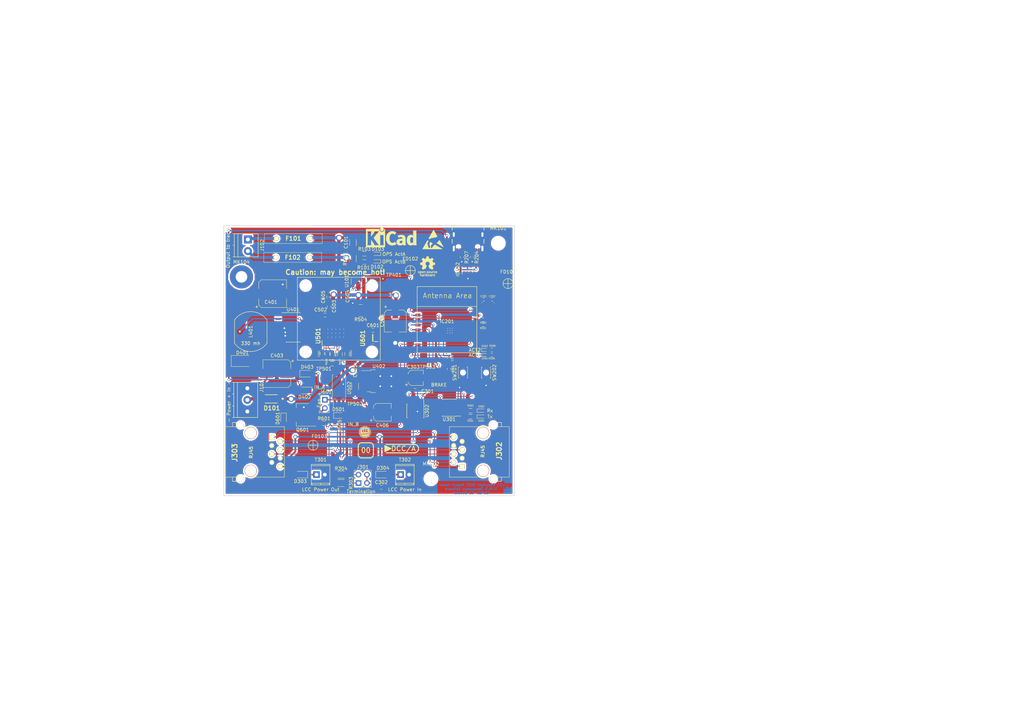
<source format=kicad_pcb>
(kicad_pcb (version 4) (host pcbnew 4.0.7+dfsg1-1ubuntu2)
  (layers (0 F.Cu signal) (31 B.Cu signal) (34 B.Paste user) (35 F.Paste user) (36 B.SilkS user) (37 F.SilkS user) (38 B.Mask user) (39 F.Mask user) (44 Edge.Cuts user))
  (net 0 "")
  (net 1 GND)
  (net 2 "Net-(IC201-Pad15)")
  (net 3 "Net-(IC202-Pad4)")
  (net 4 "Net-(IC202-Pad6)")
  (net 5 VBUS)
  (net 6 "/OPS Driver/A")
  (net 7 "Net-(C101-Pad2)")
  (net 8 +3V3)
  (net 9 "/ESP32-C3 MCU/RESET")
  (net 10 "Net-(C302-Pad1)")
  (net 11 "Net-(C403-Pad1)")
  (net 12 "/Power Supply/Power Input")
  (net 13 +12V)
  (net 14 "Net-(C501-Pad1)")
  (net 15 "Net-(C502-Pad2)")
  (net 16 "Net-(C502-Pad1)")
  (net 17 "Net-(C503-Pad2)")
  (net 18 "/OPS Driver/Sense_Neg")
  (net 19 "Net-(D101-Pad2)")
  (net 20 "Net-(D102-Pad2)")
  (net 21 "Net-(D103-Pad2)")
  (net 22 "Net-(D201-Pad2)")
  (net 23 "Net-(D202-Pad2)")
  (net 24 "Net-(D301-Pad1)")
  (net 25 "Net-(D302-Pad1)")
  (net 26 "Net-(D303-Pad1)")
  (net 27 "Net-(D303-Pad2)")
  (net 28 "Net-(D304-Pad2)")
  (net 29 "Net-(D401-Pad1)")
  (net 30 "Net-(D601-Pad1)")
  (net 31 "Net-(F101-Pad2)")
  (net 32 "/OPS Driver/B")
  (net 33 "Net-(F102-Pad2)")
  (net 34 "/ESP32-C3 MCU/GPIO0/A1/CurrentSense")
  (net 35 "/ESP32-C3 MCU/GPIO1/A2/TermpSense")
  (net 36 "/Fan Controls/FAN_CONTROL")
  (net 37 "/OPS Driver/BRAKE")
  (net 38 "/CAN Transeiver/CAN_TX")
  (net 39 "/CAN Transeiver/CAN_RX")
  (net 40 "Net-(J301-Pad1)")
  (net 41 "Net-(J301-Pad2)")
  (net 42 "Net-(J302-Pad1)")
  (net 43 "Net-(J302-Pad2)")
  (net 44 "/CAN Transeiver/ALT_L")
  (net 45 "/CAN Transeiver/ALT_H")
  (net 46 "Net-(Q601-Pad1)")
  (net 47 "Net-(R301-Pad2)")
  (net 48 "Net-(R302-Pad2)")
  (net 49 "Net-(R501-Pad1)")
  (net 50 "Net-(R502-Pad2)")
  (net 51 "Net-(R503-Pad2)")
  (net 52 "Net-(R506-Pad2)")
  (net 53 "Net-(R507-Pad2)")
  (net 54 "Net-(U302-Pad5)")
  (net 55 "Net-(U302-Pad8)")
  (net 56 "Net-(U401-Pad1)")
  (net 57 "Net-(U401-Pad2)")
  (net 58 "Net-(U401-Pad7)")
  (net 59 "Net-(U401-Pad8)")
  (net 60 "Net-(U401-Pad9)")
  (net 61 "Net-(U401-Pad11)")
  (net 62 "Net-(U401-Pad13)")
  (net 63 "Net-(U401-Pad14)")
  (net 64 "Net-(U501-Pad10)")
  (net 65 "Net-(U501-Pad12)")
  (net 66 "Net-(U601-Pad1)")
  (net 67 "Net-(U601-Pad5)")
  (net 68 "Net-(MK104-Pad1)")
  (net 69 "Net-(D501-Pad1)")
  (net 70 "/ESP32-C3 MCU/D+")
  (net 71 "/ESP32-C3 MCU/D-")
  (net 72 "/ESP32-C3 MCU/ACT1/GPIO9")
  (net 73 "/ESP32-C3 MCU/ACT2/GPIO10")
  (net 74 "Net-(IC201-Pad3)")
  (net 75 "Net-(IC201-Pad7)")
  (net 76 "Net-(IC201-Pad11)")
  (net 77 "Net-(IC201-Pad12)")
  (net 78 "Net-(J201-PadA8)")
  (net 79 "Net-(J201-PadB5)")
  (net 80 "Net-(J201-PadA5)")
  (net 81 "Net-(J201-PadB8)")
  (module Capacitors_SMD:C_0402 (layer F.Cu) (at 137.837 86.868)
    (fp_text reference C201 (at 0 -1.016) (layer F.SilkS) (effects (font (size 0.5 0.5) (thickness 0.075))))
    (fp_text value 22pf)
    (pad 1 smd rect (at -0.55 0) (size 0.6 0.5) (layers F.Cu F.Paste F.Mask) (net 1 GND))
    (pad 2 smd rect (at 0.55 0) (size 0.6 0.5) (layers F.Cu F.Paste F.Mask) (net 70 "/ESP32-C3 MCU/D+"))
  )
  (module Capacitors_SMD:C_0402 (layer F.Cu) (at 140.377 86.868)
    (fp_text reference C202 (at 0 -1.016) (layer F.SilkS) (effects (font (size 0.5 0.5) (thickness 0.075))))
    (fp_text value 22pf)
    (pad 1 smd rect (at -0.55 0) (size 0.6 0.5) (layers F.Cu F.Paste F.Mask) (net 71 "/ESP32-C3 MCU/D-"))
    (pad 2 smd rect (at 0.55 0) (size 0.6 0.5) (layers F.Cu F.Paste F.Mask) (net 1 GND))
  )
  (module Housings_SOIC:SO-4_7.6x3.6mm_Pitch2.54mm (layer F.Cu) (at 94.1832 113.5382 90)
    (fp_text reference U502 (at 0 3.0988 90) (layer F.SilkS))
    (fp_text value VO615A)
    (pad 1 smd rect (at -4.75 -1.27 90) (size 2 0.64) (layers F.Cu F.Paste F.Mask) (net 69 "Net-(D501-Pad1)"))
    (pad 2 smd rect (at -4.75 1.27 90) (size 2 0.64) (layers F.Cu F.Paste F.Mask) (net 44 "/CAN Transeiver/ALT_L"))
    (pad 3 smd rect (at 4.75 1.27 90) (size 2 0.64) (layers F.Cu F.Paste F.Mask) (net 1 GND))
    (pad 4 smd rect (at 4.75 -1.27 90) (size 2 0.64) (layers F.Cu F.Paste F.Mask) (net 52 "Net-(R506-Pad2)"))
  )
  (module RJ45-8N-S:RJ45_8N-S (layer F.Cu) (at 137.668 132.842 90)
    (fp_text reference J302 (at 0.254 4.826 90) (layer F.SilkS) (effects (font (thickness 0.3048))))
    (fp_text value RJ45 (at 0.14224 -0.1016 90) (layer F.SilkS) (effects (font (size 1.00076 1.00076) (thickness 0.2032))))
    (pad "" np_thru_hole circle (at 5.715 0 90) (size 3.64998 3.64998) (drill 3.2512) (layers *.Cu *.SilkS *.Mask))
    (pad "" np_thru_hole circle (at -5.715 0 90) (size 3.64998 3.64998) (drill 3.2512) (layers *.Cu *.SilkS *.Mask))
    (pad 1 thru_hole rect (at -4.445 -6.35 90) (size 1.50114 1.50114) (drill 0.89916) (layers *.Cu *.Mask F.SilkS) (net 42 "Net-(J302-Pad1)"))
    (pad 2 thru_hole circle (at -3.175 -8.89 90) (size 1.50114 1.50114) (drill 0.89916) (layers *.Cu *.Mask F.SilkS) (net 43 "Net-(J302-Pad2)"))
    (pad 3 thru_hole circle (at -1.905 -6.35 90) (size 1.50114 1.50114) (drill 0.89916) (layers *.Cu *.Mask F.SilkS) (net 1 GND))
    (pad 4 thru_hole circle (at -0.635 -8.89 90) (size 1.50114 1.50114) (drill 0.89916) (layers *.Cu *.Mask F.SilkS) (net 44 "/CAN Transeiver/ALT_L"))
    (pad 5 thru_hole circle (at 0.635 -6.35 90) (size 1.50114 1.50114) (drill 0.89916) (layers *.Cu *.Mask F.SilkS) (net 45 "/CAN Transeiver/ALT_H"))
    (pad 6 thru_hole circle (at 1.905 -8.89 90) (size 1.50114 1.50114) (drill 0.89916) (layers *.Cu *.Mask F.SilkS) (net 1 GND))
    (pad 7 thru_hole circle (at 3.175 -6.35 90) (size 1.50114 1.50114) (drill 0.89916) (layers *.Cu *.Mask F.SilkS) (net 1 GND))
    (pad 8 thru_hole circle (at 4.445 -8.89 90) (size 1.50114 1.50114) (drill 0.89916) (layers *.Cu *.Mask F.SilkS) (net 27 "Net-(D303-Pad2)"))
    (pad "" thru_hole circle (at -8.128 3.048 90) (size 1.9304 1.9304) (drill 1.9304) (layers *.Cu *.Mask F.SilkS))
    (pad "" thru_hole circle (at 8.128 3.048 90) (size 1.9304 1.9304) (drill 1.9304) (layers *.Cu *.Mask F.SilkS))
  )
  (module RJ45-8N-S:RJ45_8N-S (layer F.Cu) (at 67.564 132.842 270)
    (fp_text reference J303 (at 0.254 4.826 270) (layer F.SilkS) (effects (font (thickness 0.3048))))
    (fp_text value RJ45 (at 0.14224 -0.1016 270) (layer F.SilkS) (effects (font (size 1.00076 1.00076) (thickness 0.2032))))
    (pad "" np_thru_hole circle (at 5.715 0 270) (size 3.64998 3.64998) (drill 3.2512) (layers *.Cu *.SilkS *.Mask))
    (pad "" np_thru_hole circle (at -5.715 0 270) (size 3.64998 3.64998) (drill 3.2512) (layers *.Cu *.SilkS *.Mask))
    (pad 1 thru_hole rect (at -4.445 -6.35 270) (size 1.50114 1.50114) (drill 0.89916) (layers *.Cu *.Mask F.SilkS) (net 42 "Net-(J302-Pad1)"))
    (pad 2 thru_hole circle (at -3.175 -8.89 270) (size 1.50114 1.50114) (drill 0.89916) (layers *.Cu *.Mask F.SilkS) (net 43 "Net-(J302-Pad2)"))
    (pad 3 thru_hole circle (at -1.905 -6.35 270) (size 1.50114 1.50114) (drill 0.89916) (layers *.Cu *.Mask F.SilkS) (net 1 GND))
    (pad 4 thru_hole circle (at -0.635 -8.89 270) (size 1.50114 1.50114) (drill 0.89916) (layers *.Cu *.Mask F.SilkS) (net 44 "/CAN Transeiver/ALT_L"))
    (pad 5 thru_hole circle (at 0.635 -6.35 270) (size 1.50114 1.50114) (drill 0.89916) (layers *.Cu *.Mask F.SilkS) (net 45 "/CAN Transeiver/ALT_H"))
    (pad 6 thru_hole circle (at 1.905 -8.89 270) (size 1.50114 1.50114) (drill 0.89916) (layers *.Cu *.Mask F.SilkS) (net 1 GND))
    (pad 7 thru_hole circle (at 3.175 -6.35 270) (size 1.50114 1.50114) (drill 0.89916) (layers *.Cu *.Mask F.SilkS) (net 1 GND))
    (pad 8 thru_hole circle (at 4.445 -8.89 270) (size 1.50114 1.50114) (drill 0.89916) (layers *.Cu *.Mask F.SilkS) (net 27 "Net-(D303-Pad2)"))
    (pad "" thru_hole circle (at -8.128 3.048 270) (size 1.9304 1.9304) (drill 1.9304) (layers *.Cu *.Mask F.SilkS))
    (pad "" thru_hole circle (at 8.128 3.048 270) (size 1.9304 1.9304) (drill 1.9304) (layers *.Cu *.Mask F.SilkS))
  )
  (module RB080LAM-30TR:PMDTM (layer F.Cu) (at 73.746 116.84 90)
    (fp_text reference D101 (at -2.794 0.168 180) (layer F.SilkS) (effects (font (size 1.27 1.27) (thickness 0.254))))
    (fp_text value RB080LAM-30TR hide)
    (pad 1 smd rect (at 0 2.2 180) (size 1.4 2) (layers F.Cu F.Paste F.Mask) (net 12 "/Power Supply/Power Input"))
    (pad 2 smd rect (at 0 -2.2 180) (size 1.4 2) (layers F.Cu F.Paste F.Mask) (net 19 "Net-(D101-Pad2)"))
  )
  (module SOT65P210X110-5N:SOT65P210X110-5N (layer F.Cu) (at 104.3719 98.4146 180)
    (fp_text reference U601 (at 3.0259 -0.1374 270) (layer F.SilkS) (effects (font (size 1.27 1.27) (thickness 0.254))))
    (fp_text value MCP9700T-E_LT hide)
    (pad 1 smd rect (at -1 -0.65 270) (size 0.45 1.15) (layers F.Cu F.Paste F.Mask) (net 66 "Net-(U601-Pad1)"))
    (pad 2 smd rect (at -1 0 270) (size 0.45 1.15) (layers F.Cu F.Paste F.Mask) (net 1 GND))
    (pad 3 smd rect (at -1 0.65 270) (size 0.45 1.15) (layers F.Cu F.Paste F.Mask) (net 35 "/ESP32-C3 MCU/GPIO1/A2/TermpSense"))
    (pad 4 smd rect (at 1 0.65 270) (size 0.45 1.15) (layers F.Cu F.Paste F.Mask) (net 8 +3V3))
    (pad 5 smd rect (at 1 -0.65 270) (size 0.45 1.15) (layers F.Cu F.Paste F.Mask) (net 67 "Net-(U601-Pad5)"))
  )
  (module SOP65P640X120:SOP65P640X120-25N (layer F.Cu) (at 93.219127 97.026343 90)
    (fp_text reference U501 (at -0.763657 -5.335127 90) (layer F.SilkS) (effects (font (size 1.27 1.27) (thickness 0.254))))
    (fp_text value DRV8873HPWPR hide)
    (pad 1 smd rect (at -2.938 -3.575 180) (size 0.45 1.475) (layers F.Cu F.Paste F.Mask) (net 14 "Net-(C501-Pad1)"))
    (pad 2 smd rect (at -2.938 -2.925 180) (size 0.45 1.475) (layers F.Cu F.Paste F.Mask) (net 51 "Net-(R503-Pad2)"))
    (pad 3 smd rect (at -2.938 -2.275 180) (size 0.45 1.475) (layers F.Cu F.Paste F.Mask) (net 49 "Net-(R501-Pad1)"))
    (pad 4 smd rect (at -2.938 -1.625 180) (size 0.45 1.475) (layers F.Cu F.Paste F.Mask) (net 1 GND))
    (pad 5 smd rect (at -2.938 -0.975 180) (size 0.45 1.475) (layers F.Cu F.Paste F.Mask) (net 1 GND))
    (pad 6 smd rect (at -2.938 -0.325 180) (size 0.45 1.475) (layers F.Cu F.Paste F.Mask) (net 14 "Net-(C501-Pad1)"))
    (pad 7 smd rect (at -2.938 0.325 180) (size 0.45 1.475) (layers F.Cu F.Paste F.Mask) (net 53 "Net-(R507-Pad2)"))
    (pad 8 smd rect (at -2.938 0.975 180) (size 0.45 1.475) (layers F.Cu F.Paste F.Mask) (net 52 "Net-(R506-Pad2)"))
    (pad 9 smd rect (at -2.938 1.625 180) (size 0.45 1.475) (layers F.Cu F.Paste F.Mask) (net 37 "/OPS Driver/BRAKE"))
    (pad 10 smd rect (at -2.938 2.275 180) (size 0.45 1.475) (layers F.Cu F.Paste F.Mask) (net 64 "Net-(U501-Pad10)"))
    (pad 11 smd rect (at -2.938 2.925 180) (size 0.45 1.475) (layers F.Cu F.Paste F.Mask) (net 50 "Net-(R502-Pad2)"))
    (pad 12 smd rect (at -2.938 3.575 180) (size 0.45 1.475) (layers F.Cu F.Paste F.Mask) (net 65 "Net-(U501-Pad12)"))
    (pad 13 smd rect (at 2.938 3.575 180) (size 0.45 1.475) (layers F.Cu F.Paste F.Mask) (net 18 "/OPS Driver/Sense_Neg"))
    (pad 14 smd rect (at 2.938 2.925 180) (size 0.45 1.475) (layers F.Cu F.Paste F.Mask) (net 32 "/OPS Driver/B"))
    (pad 15 smd rect (at 2.938 2.275 180) (size 0.45 1.475) (layers F.Cu F.Paste F.Mask) (net 32 "/OPS Driver/B"))
    (pad 16 smd rect (at 2.938 1.625 180) (size 0.45 1.475) (layers F.Cu F.Paste F.Mask) (net 1 GND))
    (pad 17 smd rect (at 2.938 0.975 180) (size 0.45 1.475) (layers F.Cu F.Paste F.Mask) (net 1 GND))
    (pad 18 smd rect (at 2.938 0.325 180) (size 0.45 1.475) (layers F.Cu F.Paste F.Mask) (net 6 "/OPS Driver/A"))
    (pad 19 smd rect (at 2.938 -0.325 180) (size 0.45 1.475) (layers F.Cu F.Paste F.Mask) (net 6 "/OPS Driver/A"))
    (pad 20 smd rect (at 2.938 -0.975 180) (size 0.45 1.475) (layers F.Cu F.Paste F.Mask) (net 18 "/OPS Driver/Sense_Neg"))
    (pad 21 smd rect (at 2.938 -1.625 180) (size 0.45 1.475) (layers F.Cu F.Paste F.Mask) (net 17 "Net-(C503-Pad2)"))
    (pad 22 smd rect (at 2.938 -2.275 180) (size 0.45 1.475) (layers F.Cu F.Paste F.Mask) (net 15 "Net-(C502-Pad2)"))
    (pad 23 smd rect (at 2.938 -2.925 180) (size 0.45 1.475) (layers F.Cu F.Paste F.Mask) (net 16 "Net-(C502-Pad1)"))
    (pad 24 smd rect (at 2.938 -3.575 180) (size 0.45 1.475) (layers F.Cu F.Paste F.Mask) (net 1 GND))
    (pad 25 smd rect (at 0 0 90) (size 3.2 5.26) (layers F.Cu F.Paste F.Mask) (net 1 GND))
    (pad 25 thru_hole circle (at 0 0 90) (size 0.4 0.4) (drill 0.2) (layers *.Cu) (net 1 GND))
    (pad 25 thru_hole circle (at 0 -1.2 90) (size 0.4 0.4) (drill 0.2) (layers *.Cu) (net 1 GND))
    (pad 25 thru_hole circle (at 0 -2.4 90) (size 0.4 0.4) (drill 0.2) (layers *.Cu) (net 1 GND))
    (pad 25 thru_hole circle (at 0 1.2 90) (size 0.4 0.4) (drill 0.2) (layers *.Cu) (net 1 GND))
    (pad 25 thru_hole circle (at 0 2.4 90) (size 0.4 0.4) (drill 0.2) (layers *.Cu) (net 1 GND))
    (pad 25 thru_hole circle (at 1.2 0 90) (size 0.4 0.4) (drill 0.2) (layers *.Cu) (net 1 GND))
    (pad 25 thru_hole circle (at 1.2 1.2 90) (size 0.4 0.4) (drill 0.2) (layers *.Cu) (net 1 GND))
    (pad 25 thru_hole circle (at 1.2 2.4 90) (size 0.4 0.4) (drill 0.2) (layers *.Cu) (net 1 GND))
    (pad 25 thru_hole circle (at 1.2 -1.2 90) (size 0.4 0.4) (drill 0.2) (layers *.Cu) (net 1 GND))
    (pad 25 thru_hole circle (at 1.2 -2.4 90) (size 0.4 0.4) (drill 0.2) (layers *.Cu) (net 1 GND))
    (pad 25 thru_hole circle (at -1.2 -2.4 90) (size 0.4 0.4) (drill 0.2) (layers *.Cu) (net 1 GND))
    (pad 25 thru_hole circle (at -1.2 -1.2 90) (size 0.4 0.4) (drill 0.2) (layers *.Cu) (net 1 GND))
    (pad 25 thru_hole circle (at -1.2 0 90) (size 0.4 0.4) (drill 0.2) (layers *.Cu) (net 1 GND))
    (pad 25 thru_hole circle (at -1.2 1.2 90) (size 0.4 0.4) (drill 0.2) (layers *.Cu) (net 1 GND))
    (pad 25 thru_hole circle (at -1.2 2.4 90) (size 0.4 0.4) (drill 0.2) (layers *.Cu) (net 1 GND))
  )
  (module SOIC_Wide:SOIC-14_7.4x8.7mm_Pitch1.27mm (layer F.Cu) (at 80.336 95.25)
    (fp_text reference U401 (at 0 -5.375) (layer F.SilkS))
    (fp_text value LM2574HVM-3.3)
    (pad 1 smd rect (at -4.5 -3.81) (size 1.5 0.6) (layers F.Cu F.Paste F.Mask) (net 56 "Net-(U401-Pad1)"))
    (pad 2 smd rect (at -4.5 -2.54) (size 1.5 0.6) (layers F.Cu F.Paste F.Mask) (net 57 "Net-(U401-Pad2)"))
    (pad 3 smd rect (at -4.5 -1.27) (size 1.5 0.6) (layers F.Cu F.Paste F.Mask) (net 8 +3V3))
    (pad 4 smd rect (at -4.5 0) (size 1.5 0.6) (layers F.Cu F.Paste F.Mask) (net 1 GND))
    (pad 5 smd rect (at -4.5 1.27) (size 1.5 0.6) (layers F.Cu F.Paste F.Mask) (net 1 GND))
    (pad 6 smd rect (at -4.5 2.54) (size 1.5 0.6) (layers F.Cu F.Paste F.Mask) (net 1 GND))
    (pad 7 smd rect (at -4.5 3.81) (size 1.5 0.6) (layers F.Cu F.Paste F.Mask) (net 58 "Net-(U401-Pad7)"))
    (pad 8 smd rect (at 4.5 3.81) (size 1.5 0.6) (layers F.Cu F.Paste F.Mask) (net 59 "Net-(U401-Pad8)"))
    (pad 9 smd rect (at 4.5 2.54) (size 1.5 0.6) (layers F.Cu F.Paste F.Mask) (net 60 "Net-(U401-Pad9)"))
    (pad 10 smd rect (at 4.5 1.27) (size 1.5 0.6) (layers F.Cu F.Paste F.Mask) (net 11 "Net-(C403-Pad1)"))
    (pad 11 smd rect (at 4.5 0) (size 1.5 0.6) (layers F.Cu F.Paste F.Mask) (net 61 "Net-(U401-Pad11)"))
    (pad 12 smd rect (at 4.5 -1.27) (size 1.5 0.6) (layers F.Cu F.Paste F.Mask) (net 29 "Net-(D401-Pad1)"))
    (pad 13 smd rect (at 4.5 -2.54) (size 1.5 0.6) (layers F.Cu F.Paste F.Mask) (net 62 "Net-(U401-Pad13)"))
    (pad 14 smd rect (at 4.5 -3.81) (size 1.5 0.6) (layers F.Cu F.Paste F.Mask) (net 63 "Net-(U401-Pad14)"))
  )
  (module SRN1060:SRN1060 (layer F.Cu) (at 67.566 96.52)
    (fp_text reference L401 (at -0.01524 0 90) (layer F.SilkS))
    (fp_text value "330 mh" (at -0.0381 3.556) (layer F.SilkS))
    (pad 1 smd rect (at -3.3 0) (size 3.5 10.2) (layers F.Cu F.Paste F.Mask) (net 29 "Net-(D401-Pad1)"))
    (pad 2 smd rect (at 3.3 0) (size 3.5 10.2) (layers F.Cu F.Paste F.Mask) (net 8 +3V3))
  )
  (module MF-R500:MFR500 (layer F.Cu) (at 85.3186 74.1299 180)
    (fp_text reference F102 (at 5.1 0 180) (layer F.SilkS) (effects (font (size 1.27 1.27) (thickness 0.254))))
    (fp_text value 5A hide)
    (pad 1 thru_hole circle (at 0 0 270) (size 1.515 1.515) (drill 1.01) (layers *.Cu *.Mask F.SilkS) (net 32 "/OPS Driver/B"))
    (pad 2 thru_hole circle (at 10.2 0 270) (size 1.515 1.515) (drill 1.01) (layers *.Cu *.Mask F.SilkS) (net 33 "Net-(F102-Pad2)"))
  )
  (module MF-R500:MFR500 (layer F.Cu) (at 85.5091 68.4276 180)
    (fp_text reference F101 (at 5.1 0 180) (layer F.SilkS) (effects (font (size 1.27 1.27) (thickness 0.254))))
    (fp_text value 5A hide)
    (pad 1 thru_hole circle (at 0 0 270) (size 1.515 1.515) (drill 1.01) (layers *.Cu *.Mask F.SilkS) (net 6 "/OPS Driver/A"))
    (pad 2 thru_hole circle (at 10.2 0 270) (size 1.515 1.515) (drill 1.01) (layers *.Cu *.Mask F.SilkS) (net 31 "Net-(F101-Pad2)"))
  )
  (module Fiducials:Fiducial_classic_Small_SilkscreenTop_Type1 (layer F.Cu) (at 115.697 78.105)
    (fp_text reference FD102 (at 0 -3.556) (layer F.SilkS))
    (fp_text value Fiducial)
  )
  (module Fiducials:Fiducial_classic_Small_SilkscreenTop_Type1 (layer F.Cu) (at 145.161 82.042)
    (fp_text reference FD101 (at 0 -3.556) (layer F.SilkS))
    (fp_text value Fiducial)
  )
  (module Fiducials:Fiducial_classic_Small_SilkscreenTop_Type1 (layer F.Cu) (at 86.36 130.81)
    (fp_text reference FD103 (at 1.905 -2.667) (layer F.SilkS))
    (fp_text value Fiducial)
  )
  (module TO_SOT_Packages_SMD:SOT-23-6 (layer F.Cu) (at 132.908 77.767 90)
    (fp_text reference IC202 (at 0 -2.9 90) (layer F.SilkS))
    (fp_text value USBLC6-2SC6)
    (pad 1 smd rect (at -1.1 -0.95 90) (size 1.06 0.65) (layers F.Cu F.Paste F.Mask) (net 70 "/ESP32-C3 MCU/D+"))
    (pad 2 smd rect (at -1.1 0 90) (size 1.06 0.65) (layers F.Cu F.Paste F.Mask) (net 1 GND))
    (pad 3 smd rect (at -1.1 0.95 90) (size 1.06 0.65) (layers F.Cu F.Paste F.Mask) (net 71 "/ESP32-C3 MCU/D-"))
    (pad 4 smd rect (at 1.1 0.95 90) (size 1.06 0.65) (layers F.Cu F.Paste F.Mask) (net 3 "Net-(IC202-Pad4)"))
    (pad 6 smd rect (at 1.1 -0.95 90) (size 1.06 0.65) (layers F.Cu F.Paste F.Mask) (net 4 "Net-(IC202-Pad6)"))
    (pad 5 smd rect (at 1.1 0 90) (size 1.06 0.65) (layers F.Cu F.Paste F.Mask) (net 5 VBUS))
  )
  (module Capacitors_SMD:C_1206 (layer F.Cu) (at 98.3996 69.6849 270)
    (fp_text reference C101 (at -0.0889 2.1336 270) (layer F.SilkS))
    (fp_text value "10 nf")
    (pad 1 smd rect (at -1.5 0 270) (size 1 1.6) (layers F.Cu F.Paste F.Mask) (net 6 "/OPS Driver/A"))
    (pad 2 smd rect (at 1.5 0 270) (size 1 1.6) (layers F.Cu F.Paste F.Mask) (net 7 "Net-(C101-Pad2)"))
  )
  (module Capacitors_SMD:C_0402 (layer F.Cu) (at 127.381 104.394 90)
    (fp_text reference C210 (at -0.1485 0.9906 90) (layer F.SilkS) (effects (font (size 0.5 0.5) (thickness 0.075))))
    (fp_text value 1uf)
    (pad 1 smd rect (at -0.55 0 90) (size 0.6 0.5) (layers F.Cu F.Paste F.Mask) (net 9 "/ESP32-C3 MCU/RESET"))
    (pad 2 smd rect (at 0.55 0 90) (size 0.6 0.5) (layers F.Cu F.Paste F.Mask) (net 1 GND))
  )
  (module Capacitors_SMD:C_0603 (layer F.Cu) (at 117.106 114.3)
    (fp_text reference C301 (at 3.798 0.254) (layer F.SilkS))
    (fp_text value "100 nf")
    (pad 2 smd rect (at 0.75 0) (size 0.8 0.75) (layers F.Cu F.Paste F.Mask) (net 1 GND))
    (pad 1 smd rect (at -0.75 0) (size 0.8 0.75) (layers F.Cu F.Paste F.Mask) (net 8 +3V3))
  )
  (module Capacitors_SMD:C_0603 (layer F.Cu) (at 106.946 143.51)
    (fp_text reference C302 (at 0 -1.5) (layer F.SilkS))
    (fp_text value "47 nf")
    (pad 2 smd rect (at 0.75 0) (size 0.8 0.75) (layers F.Cu F.Paste F.Mask) (net 1 GND))
    (pad 1 smd rect (at -0.75 0) (size 0.8 0.75) (layers F.Cu F.Paste F.Mask) (net 10 "Net-(C302-Pad1)"))
  )
  (module Capacitors_SMD:CP_Elec_4x5.8 (layer F.Cu) (at 117.326 110.49)
    (fp_text reference C303 (at -0.74 -3.302) (layer F.SilkS))
    (fp_text value "15 uf 15V")
    (fp_text user + (at -2.78 2.01) (layer F.SilkS))
    (pad 1 smd rect (at -1.8 0 180) (size 2.6 1.6) (layers F.Cu F.Paste F.Mask) (net 8 +3V3))
    (pad 2 smd rect (at 1.8 0 180) (size 2.6 1.6) (layers F.Cu F.Paste F.Mask) (net 1 GND))
  )
  (module Capacitors_SMD:CP_Elec_8x10 (layer F.Cu) (at 74.166 85.09)
    (fp_text reference C401 (at -0.506 2.54) (layer F.SilkS))
    (fp_text value "220 uf 25V")
    (fp_text user + (at -4.78 3.9) (layer F.SilkS))
    (pad 1 smd rect (at -3.05 0 180) (size 4 2.5) (layers F.Cu F.Paste F.Mask) (net 8 +3V3))
    (pad 2 smd rect (at 3.05 0 180) (size 4 2.5) (layers F.Cu F.Paste F.Mask) (net 1 GND))
  )
  (module Capacitors_SMD:CP_Elec_8x10 (layer F.Cu) (at 75.436 109.22 180)
    (fp_text reference C403 (at 0 5.45 180) (layer F.SilkS))
    (fp_text value "22 uf 100V")
    (fp_text user + (at -4.78 3.9 180) (layer F.SilkS))
    (pad 1 smd rect (at -3.05 0) (size 4 2.5) (layers F.Cu F.Paste F.Mask) (net 11 "Net-(C403-Pad1)"))
    (pad 2 smd rect (at 3.05 0) (size 4 2.5) (layers F.Cu F.Paste F.Mask) (net 1 GND))
  )
  (module Capacitors_SMD:C_1206 (layer F.Cu) (at 99.06 113.03 270)
    (fp_text reference C405 (at -4.572 0 270) (layer F.SilkS))
    (fp_text value "10 nf")
    (pad 1 smd rect (at -1.5 0 270) (size 1 1.6) (layers F.Cu F.Paste F.Mask) (net 12 "/Power Supply/Power Input"))
    (pad 2 smd rect (at 1.5 0 270) (size 1 1.6) (layers F.Cu F.Paste F.Mask) (net 1 GND))
  )
  (module Capacitors_SMD:CP_Elec_5x5.3 (layer F.Cu) (at 107.274 120.904)
    (fp_text reference C406 (at 0 3.92) (layer F.SilkS))
    (fp_text value "10 uf")
    (fp_text user + (at -3.38 2.34) (layer F.SilkS))
    (pad 1 smd rect (at -2.2 0 180) (size 3 1.6) (layers F.Cu F.Paste F.Mask) (net 13 +12V))
    (pad 2 smd rect (at 2.2 0 180) (size 3 1.6) (layers F.Cu F.Paste F.Mask) (net 1 GND))
  )
  (module Capacitors_SMD:C_0603 (layer F.Cu) (at 89.1159 103.1367 270)
    (fp_text reference C501 (at -0.0127 0.9779 270) (layer F.SilkS) (effects (font (size 0.5 0.5) (thickness 0.075))))
    (fp_text value "1 uf")
    (pad 2 smd rect (at 0.75 0 270) (size 0.8 0.75) (layers F.Cu F.Paste F.Mask) (net 1 GND))
    (pad 1 smd rect (at -0.75 0 270) (size 0.8 0.75) (layers F.Cu F.Paste F.Mask) (net 14 "Net-(C501-Pad1)"))
  )
  (module Capacitors_SMD:C_0603 (layer F.Cu) (at 89.9802 91.5543)
    (fp_text reference C502 (at -1.3342 -1.6383) (layer F.SilkS))
    (fp_text value "47 nf")
    (pad 2 smd rect (at 0.75 0) (size 0.8 0.75) (layers F.Cu F.Paste F.Mask) (net 15 "Net-(C502-Pad2)"))
    (pad 1 smd rect (at -0.75 0) (size 0.8 0.75) (layers F.Cu F.Paste F.Mask) (net 16 "Net-(C502-Pad1)"))
  )
  (module Capacitors_SMD:C_0603 (layer F.Cu) (at 91.2114 89.0658 270)
    (fp_text reference C503 (at -0.1658 -1.4986 270) (layer F.SilkS))
    (fp_text value "1 uf")
    (pad 2 smd rect (at 0.75 0 270) (size 0.8 0.75) (layers F.Cu F.Paste F.Mask) (net 17 "Net-(C503-Pad2)"))
    (pad 1 smd rect (at -0.75 0 270) (size 0.8 0.75) (layers F.Cu F.Paste F.Mask) (net 18 "/OPS Driver/Sense_Neg"))
  )
  (module Capacitors_SMD:C_0603 (layer F.Cu) (at 98.4885 86.118 270)
    (fp_text reference C504 (at -0.266 1.7145 270) (layer F.SilkS))
    (fp_text value "100 nf")
    (pad 2 smd rect (at 0.75 0 270) (size 0.8 0.75) (layers F.Cu F.Paste F.Mask) (net 1 GND))
    (pad 1 smd rect (at -0.75 0 270) (size 0.8 0.75) (layers F.Cu F.Paste F.Mask) (net 18 "/OPS Driver/Sense_Neg"))
  )
  (module Capacitors_SMD:C_0603 (layer F.Cu) (at 91.1225 86.0686 270)
    (fp_text reference C505 (at 0 1.7145 270) (layer F.SilkS))
    (fp_text value "100 nf")
    (pad 2 smd rect (at 0.75 0 270) (size 0.8 0.75) (layers F.Cu F.Paste F.Mask) (net 1 GND))
    (pad 1 smd rect (at -0.75 0 270) (size 0.8 0.75) (layers F.Cu F.Paste F.Mask) (net 18 "/OPS Driver/Sense_Neg"))
  )
  (module Capacitors_SMD:CP_Elec_6.3x5.3 (layer F.Cu) (at 111.1758 93.3374 270)
    (fp_text reference C506 (at -0.1194 3.9878 270) (layer F.SilkS))
    (fp_text value "47 uf")
    (fp_text user + (at -4.28 3.01 270) (layer F.SilkS))
    (pad 1 smd rect (at -2.7 0 90) (size 3.5 1.6) (layers F.Cu F.Paste F.Mask) (net 18 "/OPS Driver/Sense_Neg"))
    (pad 2 smd rect (at 2.7 0 90) (size 3.5 1.6) (layers F.Cu F.Paste F.Mask) (net 1 GND))
  )
  (module Capacitors_SMD:C_0603 (layer F.Cu) (at 104.4441 96.1263)
    (fp_text reference C601 (at 0 -1.5) (layer F.SilkS))
    (fp_text value "100 uf")
    (pad 2 smd rect (at 0.75 0) (size 0.8 0.75) (layers F.Cu F.Paste F.Mask) (net 1 GND))
    (pad 1 smd rect (at -0.75 0) (size 0.8 0.75) (layers F.Cu F.Paste F.Mask) (net 8 +3V3))
  )
  (module LEDs:LED_0603 (layer F.Cu) (at 105.4861 75.3491 180)
    (fp_text reference D102 (at -0.1779 -1.6129 180) (layer F.SilkS))
    (fp_text value "OPS ActB" (at -5.2579 -0.0889 180) (layer F.SilkS))
    (pad 2 smd rect (at 0.8 0) (size 0.8 0.8) (layers F.Cu F.Paste F.Mask) (net 20 "Net-(D102-Pad2)"))
    (pad 1 smd rect (at -0.8 0) (size 0.8 0.8) (layers F.Cu F.Paste F.Mask) (net 1 GND))
  )
  (module LEDs:LED_0603 (layer F.Cu) (at 105.4861 73.0504 180)
    (fp_text reference D103 (at -0.4319 1.4224 180) (layer F.SilkS))
    (fp_text value "OPS ActA" (at -5.2579 -0.1016 180) (layer F.SilkS))
    (pad 2 smd rect (at 0.8 0) (size 0.8 0.8) (layers F.Cu F.Paste F.Mask) (net 21 "Net-(D103-Pad2)"))
    (pad 1 smd rect (at -0.8 0) (size 0.8 0.8) (layers F.Cu F.Paste F.Mask) (net 1 GND))
  )
  (module LEDs:LED_0402 (layer F.Cu) (at 138.1213 103.5812)
    (fp_text reference D201 (at 0.0547 1.0668) (layer F.SilkS) (effects (font (size 0.5 0.5) (thickness 0.075))))
    (fp_text value ACT1 (at -2.9933 0.0508) (layer F.SilkS))
    (pad 2 smd rect (at 0.55 0 180) (size 0.6 0.7) (layers F.Cu F.Paste F.Mask) (net 22 "Net-(D201-Pad2)"))
    (pad 1 smd rect (at -0.55 0 180) (size 0.6 0.7) (layers F.Cu F.Paste F.Mask) (net 72 "/ESP32-C3 MCU/ACT1/GPIO9"))
  )
  (module LEDs:LED_0402 (layer F.Cu) (at 138.1213 102.108)
    (fp_text reference D202 (at 0 -1.2) (layer F.SilkS) (effects (font (size 0.5 0.5) (thickness 0.075))))
    (fp_text value ACT2 (at -2.9933 0) (layer F.SilkS))
    (pad 2 smd rect (at 0.55 0 180) (size 0.6 0.7) (layers F.Cu F.Paste F.Mask) (net 23 "Net-(D202-Pad2)"))
    (pad 1 smd rect (at -0.55 0 180) (size 0.6 0.7) (layers F.Cu F.Paste F.Mask) (net 73 "/ESP32-C3 MCU/ACT2/GPIO10"))
  )
  (module LEDs:LED_0603 (layer F.Cu) (at 137.122 122.174)
    (fp_text reference D301 (at 0 1.27) (layer F.SilkS) (effects (font (size 0.5 0.5) (thickness 0.075))))
    (fp_text value Tx (at 2.578 0) (layer F.SilkS))
    (pad 2 smd rect (at 0.8 0 180) (size 0.8 0.8) (layers F.Cu F.Paste F.Mask) (net 8 +3V3))
    (pad 1 smd rect (at -0.8 0 180) (size 0.8 0.8) (layers F.Cu F.Paste F.Mask) (net 24 "Net-(D301-Pad1)"))
  )
  (module LEDs:LED_0603 (layer F.Cu) (at 137.122 120.396)
    (fp_text reference D302 (at 0 -1.25) (layer F.SilkS) (effects (font (size 0.5 0.5) (thickness 0.075))))
    (fp_text value Rx (at 2.578 0) (layer F.SilkS))
    (pad 2 smd rect (at 0.8 0 180) (size 0.8 0.8) (layers F.Cu F.Paste F.Mask) (net 8 +3V3))
    (pad 1 smd rect (at -0.8 0 180) (size 0.8 0.8) (layers F.Cu F.Paste F.Mask) (net 25 "Net-(D302-Pad1)"))
  )
  (module Diodes_SMD:D_PowerDI-123 (layer F.Cu) (at 82.551 139.7 180)
    (fp_text reference D303 (at 0 -2 180) (layer F.SilkS))
    (fp_text value DFLS240)
    (pad 1 smd rect (at -0.85 0) (size 2.4 1.5) (layers F.Cu F.Paste F.Mask) (net 26 "Net-(D303-Pad1)"))
    (pad 2 smd rect (at 1.525 0) (size 1.05 1.5) (layers F.Cu F.Paste F.Mask) (net 27 "Net-(D303-Pad2)"))
  )
  (module Diodes_SMD:D_PowerDI-123 (layer F.Cu) (at 107.441 139.7)
    (fp_text reference D304 (at 0 -2) (layer F.SilkS))
    (fp_text value DFLS240)
    (pad 1 smd rect (at -0.85 0 180) (size 2.4 1.5) (layers F.Cu F.Paste F.Mask) (net 27 "Net-(D303-Pad2)"))
    (pad 2 smd rect (at 1.525 0 180) (size 1.05 1.5) (layers F.Cu F.Paste F.Mask) (net 28 "Net-(D304-Pad2)"))
  )
  (module Diodes_SMD:D_SMA (layer F.Cu) (at 65.056 105.41)
    (fp_text reference D401 (at 0 -2.5) (layer F.SilkS))
    (fp_text value CMSH1-60)
    (pad 1 smd rect (at -2 0) (size 2.5 1.8) (layers F.Cu F.Paste F.Mask) (net 29 "Net-(D401-Pad1)"))
    (pad 2 smd rect (at 2 0) (size 2.5 1.8) (layers F.Cu F.Paste F.Mask) (net 1 GND))
  )
  (module Diodes_SMD:D_PowerDI-123 (layer F.Cu) (at 83.821 114.3 180)
    (fp_text reference D402 (at 0 -2 180) (layer F.SilkS))
    (fp_text value DFLS240)
    (pad 1 smd rect (at -0.85 0) (size 2.4 1.5) (layers F.Cu F.Paste F.Mask) (net 11 "Net-(C403-Pad1)"))
    (pad 2 smd rect (at 1.525 0) (size 1.05 1.5) (layers F.Cu F.Paste F.Mask) (net 5 VBUS))
  )
  (module Diodes_SMD:D_PowerDI-123 (layer F.Cu) (at 84.581 109.22)
    (fp_text reference D403 (at 0 -2) (layer F.SilkS))
    (fp_text value DFLS240)
    (pad 1 smd rect (at -0.85 0 180) (size 2.4 1.5) (layers F.Cu F.Paste F.Mask) (net 11 "Net-(C403-Pad1)"))
    (pad 2 smd rect (at 1.525 0 180) (size 1.05 1.5) (layers F.Cu F.Paste F.Mask) (net 12 "/Power Supply/Power Input"))
  )
  (module Diodes_SMD:D_SOD-323 (layer F.Cu) (at 77.47 122.648 270)
    (fp_text reference D601 (at 0.034 1.778 270) (layer F.SilkS))
    (fp_text value 1SS352H3F)
    (pad 1 smd rect (at -1.05 0 270) (size 0.6 0.45) (layers F.Cu F.Paste F.Mask) (net 30 "Net-(D601-Pad1)"))
    (pad 2 smd rect (at 1.05 0 270) (size 0.6 0.45) (layers F.Cu F.Paste F.Mask) (net 1 GND))
  )
  (module Connectors_Terminal_Blocks:TerminalBlock_Pheonix_PT-3.5mm_3pol (layer F.Cu) (at 66.548 113.65 270)
    (fp_text reference J101 (at -0.62 -4.3 270) (layer F.SilkS))
    (fp_text value "- Power + In -" (at 3.952 5.588 270) (layer F.SilkS))
    (pad 2 thru_hole circle (at 3.5 0 270) (size 2.4 2.4) (drill 1.2) (layers *.Cu *.Mask) (net 19 "Net-(D101-Pad2)"))
    (pad 3 thru_hole circle (at 7 0 270) (size 2.4 2.4) (drill 1.2) (layers *.Cu *.Mask) (net 1 GND))
    (pad 1 thru_hole rect (at 0 0 270) (size 2.4 2.4) (drill 1.2) (layers *.Cu *.Mask) (net 1 GND))
  )
  (module Connectors_Terminal_Blocks:TerminalBlock_Pheonix_PT-3.5mm_2pol (layer F.Cu) (at 66.7004 68.7249 270)
    (fp_text reference J102 (at 1.75 -4.3 270) (layer F.SilkS))
    (fp_text value "Output to tracks" (at 2.3951 6 270) (layer F.SilkS))
    (pad 2 thru_hole circle (at 3.5 0 270) (size 2.4 2.4) (drill 1.2) (layers *.Cu *.Mask) (net 33 "Net-(F102-Pad2)"))
    (pad 1 thru_hole rect (at 0 0 270) (size 2.4 2.4) (drill 1.2) (layers *.Cu *.Mask) (net 31 "Net-(F101-Pad2)"))
  )
  (module Pin_Headers:Pin_Header_Straight_2x02_Pitch2.54mm (layer F.Cu) (at 100.076 142.24 90)
    (fp_text reference J301 (at 4.826 1.27 180) (layer F.SilkS))
    (fp_text value Termination (at -2.54 0.762 180) (layer F.SilkS))
    (pad 1 thru_hole rect (at 0 0 90) (size 1.7 1.7) (drill 1) (layers *.Cu *.Mask) (net 40 "Net-(J301-Pad1)"))
    (pad 2 thru_hole oval (at 2.54 0 90) (size 1.7 1.7) (drill 1) (layers *.Cu *.Mask) (net 41 "Net-(J301-Pad2)"))
    (pad 3 thru_hole oval (at 0 2.54 90) (size 1.7 1.7) (drill 1) (layers *.Cu *.Mask) (net 10 "Net-(C302-Pad1)"))
    (pad 4 thru_hole oval (at 2.54 2.54 90) (size 1.7 1.7) (drill 1) (layers *.Cu *.Mask) (net 10 "Net-(C302-Pad1)"))
  )
  (module FAN:25mmFanMount (layer F.Cu) (at 94.1375 92.6541)
    (fp_text reference M601 hide)
    (fp_text value Fan_IEC60617)
    (pad "" np_thru_hole circle (at -10 -10) (size 2.8 2.8) (drill 2.8) (layers *.Cu *.Mask))
    (pad "" np_thru_hole circle (at 10 -10) (size 2.8 2.8) (drill 2.8) (layers *.Cu *.Mask))
    (pad "" np_thru_hole circle (at 10 10) (size 2.8 2.8) (drill 2.8) (layers *.Cu *.Mask))
    (pad "" np_thru_hole circle (at -10 10) (size 2.8 2.8) (drill 2.8) (layers *.Cu *.Mask))
  )
  (module TO_SOT_Packages_SMD:SOT-223 (layer F.Cu) (at 83.21 121.666 180)
    (fp_text reference Q601 (at 0 -4.5 180) (layer F.SilkS))
    (fp_text value BSP52T3G)
    (pad 4 smd rect (at 3.15 0 180) (size 2 3.8) (layers F.Cu F.Paste F.Mask) (net 30 "Net-(D601-Pad1)"))
    (pad 2 smd rect (at -3.15 0 180) (size 2 1.5) (layers F.Cu F.Paste F.Mask) (net 30 "Net-(D601-Pad1)"))
    (pad 3 smd rect (at -3.15 2.3 180) (size 2 1.5) (layers F.Cu F.Paste F.Mask) (net 1 GND))
    (pad 1 smd rect (at -3.15 -2.3 180) (size 2 1.5) (layers F.Cu F.Paste F.Mask) (net 46 "Net-(Q601-Pad1)"))
  )
  (module Resistors_SMD:R_0603 (layer F.Cu) (at 101.8413 75.5396)
    (fp_text reference R101 (at -0.2413 1.6764) (layer F.SilkS))
    (fp_text value 3K)
    (pad 1 smd rect (at -0.75 0) (size 0.5 0.9) (layers F.Cu F.Paste F.Mask) (net 32 "/OPS Driver/B"))
    (pad 2 smd rect (at 0.75 0) (size 0.5 0.9) (layers F.Cu F.Paste F.Mask) (net 20 "Net-(D102-Pad2)"))
  )
  (module Resistors_SMD:R_1206 (layer F.Cu) (at 98.3234 74.4982 270)
    (fp_text reference R102 (at 0.1778 2.3114 270) (layer F.SilkS))
    (fp_text value 2.4)
    (pad 1 smd rect (at -1.45 0 270) (size 0.9 1.7) (layers F.Cu F.Paste F.Mask) (net 7 "Net-(C101-Pad2)"))
    (pad 2 smd rect (at 1.45 0 270) (size 0.9 1.7) (layers F.Cu F.Paste F.Mask) (net 32 "/OPS Driver/B"))
  )
  (module Resistors_SMD:R_0603 (layer F.Cu) (at 101.8533 73.0631)
    (fp_text reference R103 (at 0 -1.45) (layer F.SilkS))
    (fp_text value 3K)
    (pad 1 smd rect (at -0.75 0) (size 0.5 0.9) (layers F.Cu F.Paste F.Mask) (net 6 "/OPS Driver/A"))
    (pad 2 smd rect (at 0.75 0) (size 0.5 0.9) (layers F.Cu F.Paste F.Mask) (net 21 "Net-(D103-Pad2)"))
  )
  (module Resistors_SMD:R_0402 (layer F.Cu) (at 127.381 107.823 90)
    (fp_text reference R201 (at 0.0182 1.0033 90) (layer F.SilkS) (effects (font (size 0.5 0.5) (thickness 0.075))))
    (fp_text value 10K)
    (pad 1 smd rect (at -0.45 0 90) (size 0.4 0.6) (layers F.Cu F.Paste F.Mask) (net 8 +3V3))
    (pad 2 smd rect (at 0.45 0 90) (size 0.4 0.6) (layers F.Cu F.Paste F.Mask) (net 9 "/ESP32-C3 MCU/RESET"))
  )
  (module Resistors_SMD:R_0402 (layer F.Cu) (at 137.668 92.964 180)
    (fp_text reference R202 (at -0.058 -0.889 180) (layer F.SilkS) (effects (font (size 0.5 0.5) (thickness 0.075))))
    (fp_text value 10K)
    (pad 1 smd rect (at -0.45 0 180) (size 0.4 0.6) (layers F.Cu F.Paste F.Mask) (net 8 +3V3))
    (pad 2 smd rect (at 0.45 0 180) (size 0.4 0.6) (layers F.Cu F.Paste F.Mask) (net 36 "/Fan Controls/FAN_CONTROL"))
  )
  (module Resistors_SMD:R_0402 (layer F.Cu) (at 137.668 94.488 180)
    (fp_text reference R203 (at 0.0563 -1.0033 180) (layer F.SilkS) (effects (font (size 0.5 0.5) (thickness 0.075))))
    (fp_text value 10K)
    (pad 1 smd rect (at -0.45 0 180) (size 0.4 0.6) (layers F.Cu F.Paste F.Mask) (net 8 +3V3))
    (pad 2 smd rect (at 0.45 0 180) (size 0.4 0.6) (layers F.Cu F.Paste F.Mask) (net 2 "Net-(IC201-Pad15)"))
  )
  (module Resistors_SMD:R_0402 (layer F.Cu) (at 140.2516 103.5939 180)
    (fp_text reference R205 (at 0 -1.0541 180) (layer F.SilkS) (effects (font (size 0.5 0.5) (thickness 0.075))))
    (fp_text value 270)
    (pad 1 smd rect (at -0.45 0 180) (size 0.4 0.6) (layers F.Cu F.Paste F.Mask) (net 8 +3V3))
    (pad 2 smd rect (at 0.45 0 180) (size 0.4 0.6) (layers F.Cu F.Paste F.Mask) (net 22 "Net-(D201-Pad2)"))
  )
  (module Resistors_SMD:R_0603 (layer F.Cu) (at 133.846 122.174 180)
    (fp_text reference R301 (at 0 -1.27 180) (layer F.SilkS) (effects (font (size 0.5 0.5) (thickness 0.075))))
    (fp_text value 160)
    (pad 1 smd rect (at -0.75 0 180) (size 0.5 0.9) (layers F.Cu F.Paste F.Mask) (net 24 "Net-(D301-Pad1)"))
    (pad 2 smd rect (at 0.75 0 180) (size 0.5 0.9) (layers F.Cu F.Paste F.Mask) (net 47 "Net-(R301-Pad2)"))
  )
  (module Resistors_SMD:R_0603 (layer F.Cu) (at 133.87 120.396 180)
    (fp_text reference R302 (at 0.012 1.524 180) (layer F.SilkS) (effects (font (size 0.5 0.5) (thickness 0.075))))
    (fp_text value 160)
    (pad 1 smd rect (at -0.75 0 180) (size 0.5 0.9) (layers F.Cu F.Paste F.Mask) (net 25 "Net-(D302-Pad1)"))
    (pad 2 smd rect (at 0.75 0 180) (size 0.5 0.9) (layers F.Cu F.Paste F.Mask) (net 48 "Net-(R302-Pad2)"))
  )
  (module Resistors_SMD:R_1206 (layer F.Cu) (at 94.816 142.24)
    (fp_text reference R303 (at 2.974 0 90) (layer F.SilkS))
    (fp_text value 60)
    (pad 1 smd rect (at -1.45 0) (size 0.9 1.7) (layers F.Cu F.Paste F.Mask) (net 43 "Net-(J302-Pad2)"))
    (pad 2 smd rect (at 1.45 0) (size 0.9 1.7) (layers F.Cu F.Paste F.Mask) (net 40 "Net-(J301-Pad1)"))
  )
  (module Resistors_SMD:R_1206 (layer F.Cu) (at 94.816 139.7)
    (fp_text reference R304 (at 0 -1.85) (layer F.SilkS))
    (fp_text value 60)
    (pad 1 smd rect (at -1.45 0) (size 0.9 1.7) (layers F.Cu F.Paste F.Mask) (net 42 "Net-(J302-Pad1)"))
    (pad 2 smd rect (at 1.45 0) (size 0.9 1.7) (layers F.Cu F.Paste F.Mask) (net 41 "Net-(J301-Pad2)"))
  )
  (module Resistors_SMD:R_0603 (layer F.Cu) (at 92.2528 103.2884 270)
    (fp_text reference R501 (at -0.1644 -0.9652 270) (layer F.SilkS) (effects (font (size 0.5 0.5) (thickness 0.075))))
    (fp_text value 10K)
    (pad 1 smd rect (at -0.75 0 270) (size 0.5 0.9) (layers F.Cu F.Paste F.Mask) (net 49 "Net-(R501-Pad1)"))
    (pad 2 smd rect (at 0.75 0 270) (size 0.5 0.9) (layers F.Cu F.Paste F.Mask) (net 1 GND))
  )
  (module Resistors_SMD:R_0603 (layer F.Cu) (at 96.6343 103.2884 90)
    (fp_text reference R502 (at 0.1644 1.1557 90) (layer F.SilkS) (effects (font (size 0.5 0.5) (thickness 0.075))))
    (fp_text value 10K)
    (pad 1 smd rect (at -0.75 0 90) (size 0.5 0.9) (layers F.Cu F.Paste F.Mask) (net 8 +3V3))
    (pad 2 smd rect (at 0.75 0 90) (size 0.5 0.9) (layers F.Cu F.Paste F.Mask) (net 50 "Net-(R502-Pad2)"))
  )
  (module Resistors_SMD:R_0603 (layer F.Cu) (at 90.678 103.2764 90)
    (fp_text reference R503 (at -2.3876 -0.254 90) (layer F.SilkS) (effects (font (size 0.5 0.5) (thickness 0.075))))
    (fp_text value 10K)
    (pad 1 smd rect (at -0.75 0 90) (size 0.5 0.9) (layers F.Cu F.Paste F.Mask) (net 8 +3V3))
    (pad 2 smd rect (at 0.75 0 90) (size 0.5 0.9) (layers F.Cu F.Paste F.Mask) (net 51 "Net-(R503-Pad2)"))
  )
  (module Resistors_SMD:R_0612 (layer F.Cu) (at 100.7365 90.17 180)
    (fp_text reference R504 (at 0 -2.7 180) (layer F.SilkS))
    (fp_text value "0.005 1%")
    (pad 1 smd rect (at -0.8 0 180) (size 0.8 3.2) (layers F.Cu F.Paste F.Mask) (net 12 "/Power Supply/Power Input"))
    (pad 2 smd rect (at 0.8 0 180) (size 0.8 3.2) (layers F.Cu F.Paste F.Mask) (net 18 "/OPS Driver/Sense_Neg"))
  )
  (module Resistors_SMD:R_0603 (layer F.Cu) (at 92.9386 125.0181 270)
    (fp_text reference R505 (at 0 -1.45 270) (layer F.SilkS))
    (fp_text value 2.2K)
    (pad 1 smd rect (at -0.75 0 270) (size 0.5 0.9) (layers F.Cu F.Paste F.Mask) (net 69 "Net-(D501-Pad1)"))
    (pad 2 smd rect (at 0.75 0 270) (size 0.5 0.9) (layers F.Cu F.Paste F.Mask) (net 45 "/CAN Transeiver/ALT_H"))
  )
  (module Resistors_SMD:R_0603 (layer F.Cu) (at 92.087 106.2355)
    (fp_text reference R506 (at 0 -1.0795) (layer F.SilkS) (effects (font (size 0.5 0.5) (thickness 0.075))))
    (fp_text value 10K)
    (pad 1 smd rect (at -0.75 0) (size 0.5 0.9) (layers F.Cu F.Paste F.Mask) (net 8 +3V3))
    (pad 2 smd rect (at 0.75 0) (size 0.5 0.9) (layers F.Cu F.Paste F.Mask) (net 52 "Net-(R506-Pad2)"))
  )
  (module Resistors_SMD:R_0603 (layer F.Cu) (at 94.5134 103.3519 90)
    (fp_text reference R507 (at -2.3121 -0.0254 90) (layer F.SilkS) (effects (font (size 0.5 0.5) (thickness 0.075))))
    (fp_text value 10K)
    (pad 1 smd rect (at -0.75 0 90) (size 0.5 0.9) (layers F.Cu F.Paste F.Mask) (net 8 +3V3))
    (pad 2 smd rect (at 0.75 0 90) (size 0.5 0.9) (layers F.Cu F.Paste F.Mask) (net 53 "Net-(R507-Pad2)"))
  )
  (module Resistors_SMD:R_0603 (layer F.Cu) (at 89.674 124.206)
    (fp_text reference R601 (at 0 -1.45) (layer F.SilkS))
    (fp_text value 1K)
    (pad 1 smd rect (at -0.75 0) (size 0.5 0.9) (layers F.Cu F.Paste F.Mask) (net 46 "Net-(Q601-Pad1)"))
    (pad 2 smd rect (at 0.75 0) (size 0.5 0.9) (layers F.Cu F.Paste F.Mask) (net 36 "/Fan Controls/FAN_CONTROL"))
  )
  (module Connectors_Terminal_Blocks:TerminalBlock_Pheonix_MPT-2.54mm_2pol (layer F.Cu) (at 87.376 139.7)
    (fp_text reference T301 (at 1.27 -4.50088) (layer F.SilkS))
    (fp_text value "LCC Power Out" (at 1.27 4.50088) (layer F.SilkS))
    (pad 2 thru_hole oval (at 2.54 0) (size 1.99898 1.99898) (drill 1.09728) (layers *.Cu *.Mask) (net 1 GND))
    (pad 1 thru_hole rect (at 0 0) (size 1.99898 1.99898) (drill 1.09728) (layers *.Cu *.Mask) (net 26 "Net-(D303-Pad1)"))
  )
  (module Connectors_Terminal_Blocks:TerminalBlock_Pheonix_MPT-2.54mm_2pol (layer F.Cu) (at 112.776 139.7)
    (fp_text reference T302 (at 1.27 -4.50088) (layer F.SilkS))
    (fp_text value "LCC Power In" (at 1.27 4.50088) (layer F.SilkS))
    (pad 2 thru_hole oval (at 2.54 0) (size 1.99898 1.99898) (drill 1.09728) (layers *.Cu *.Mask) (net 1 GND))
    (pad 1 thru_hole rect (at 0 0) (size 1.99898 1.99898) (drill 1.09728) (layers *.Cu *.Mask) (net 28 "Net-(D304-Pad2)"))
  )
  (module Measurement_Points:Measurement_Point_Round-SMD-Pad_Big (layer F.Cu) (at 110.744 82.423)
    (fp_text reference TP401 (at 0 -3) (layer F.SilkS))
    (fp_text value 3.3V (at 0 3) (layer F.SilkS))
    (pad 1 smd circle (at 0 0) (size 3 3) (layers F.Cu F.Mask) (net 8 +3V3))
  )
  (module Measurement_Points:Measurement_Point_Round-SMD-Pad_Big (layer F.Cu) (at 90.0176 110.6424)
    (fp_text reference TP501 (at -0.381 -2.8829) (layer F.SilkS))
    (fp_text value IN_A (at -1.7653 2.6797) (layer F.SilkS))
    (pad 1 smd circle (at 0 0) (size 3 3) (layers F.Cu F.Mask) (net 45 "/CAN Transeiver/ALT_H"))
  )
  (module Measurement_Points:Measurement_Point_Round-SMD-Pad_Big (layer F.Cu) (at 98.4123 121.4755)
    (fp_text reference TP502 (at 0.5588 -3.1496) (layer F.SilkS))
    (fp_text value IN_B (at 0.1143 3.0607) (layer F.SilkS))
    (pad 1 smd circle (at 0 0) (size 3 3) (layers F.Cu F.Mask) (net 44 "/CAN Transeiver/ALT_L"))
  )
  (module Measurement_Points:Measurement_Point_Round-SMD-Pad_Big (layer F.Cu) (at 124.333 109.601)
    (fp_text reference TP503 (at -3.429 -2.413) (layer F.SilkS))
    (fp_text value BRAKE (at 0 3) (layer F.SilkS))
    (pad 1 smd circle (at 0 0) (size 3 3) (layers F.Cu F.Mask) (net 37 "/OPS Driver/BRAKE"))
  )
  (module Housings_SOIC:SOIC-8_3.9x4.9mm_Pitch1.27mm (layer F.Cu) (at 127.414 119.507 180)
    (fp_text reference U301 (at 0 -3.5 180) (layer F.SilkS))
    (fp_text value LM358)
    (pad 1 smd rect (at -2.7 -1.905 180) (size 1.55 0.6) (layers F.Cu F.Paste F.Mask) (net 48 "Net-(R302-Pad2)"))
    (pad 2 smd rect (at -2.7 -0.635 180) (size 1.55 0.6) (layers F.Cu F.Paste F.Mask) (net 48 "Net-(R302-Pad2)"))
    (pad 3 smd rect (at -2.7 0.635 180) (size 1.55 0.6) (layers F.Cu F.Paste F.Mask) (net 39 "/CAN Transeiver/CAN_RX"))
    (pad 4 smd rect (at -2.7 1.905 180) (size 1.55 0.6) (layers F.Cu F.Paste F.Mask) (net 1 GND))
    (pad 5 smd rect (at 2.7 1.905 180) (size 1.55 0.6) (layers F.Cu F.Paste F.Mask) (net 38 "/CAN Transeiver/CAN_TX"))
    (pad 6 smd rect (at 2.7 0.635 180) (size 1.55 0.6) (layers F.Cu F.Paste F.Mask) (net 47 "Net-(R301-Pad2)"))
    (pad 7 smd rect (at 2.7 -0.635 180) (size 1.55 0.6) (layers F.Cu F.Paste F.Mask) (net 47 "Net-(R301-Pad2)"))
    (pad 8 smd rect (at 2.7 -1.905 180) (size 1.55 0.6) (layers F.Cu F.Paste F.Mask) (net 8 +3V3))
  )
  (module TO_SOT_Packages_SMD:TO-252-2 (layer F.Cu) (at 106.207 111.505)
    (fp_text reference U402 (at 0 -4.5) (layer F.SilkS))
    (fp_text value LF120_TO220)
    (pad 1 smd rect (at -4.2 -2.28) (size 2.2 1.2) (layers F.Cu F.Paste F.Mask) (net 12 "/Power Supply/Power Input"))
    (pad 3 smd rect (at -4.2 2.28) (size 2.2 1.2) (layers F.Cu F.Paste F.Mask) (net 13 +12V))
    (pad 2 smd rect (at 2.1 0) (size 6.4 5.8) (layers F.Cu F.Mask) (net 1 GND))
    (pad 2 smd rect (at 3.775 1.525) (size 3.05 2.75) (layers F.Cu F.Paste) (net 1 GND))
    (pad 2 smd rect (at 0.425 -1.525) (size 3.05 2.75) (layers F.Cu F.Paste) (net 1 GND))
    (pad 2 smd rect (at 3.775 -1.525) (size 3.05 2.75) (layers F.Cu F.Paste) (net 1 GND))
    (pad 2 smd rect (at 0.425 1.525) (size 3.05 2.75) (layers F.Cu F.Paste) (net 1 GND))
  )
  (module Resistors_SMD:R_0402 (layer F.Cu) (at 140.277 102.0826 180)
    (fp_text reference R206 (at -0.185 1.2446 180) (layer F.SilkS) (effects (font (size 0.5 0.5) (thickness 0.075))))
    (fp_text value 270)
    (pad 1 smd rect (at -0.45 0 180) (size 0.4 0.6) (layers F.Cu F.Paste F.Mask) (net 8 +3V3))
    (pad 2 smd rect (at 0.45 0 180) (size 0.4 0.6) (layers F.Cu F.Paste F.Mask) (net 23 "Net-(D202-Pad2)"))
  )
  (module TO_SOT_Packages_SMD:SOT-23-5 (layer F.Cu) (at 99.4435 81.4627 270)
    (fp_text reference U101 (at -0.1827 2.9235 270) (layer F.SilkS))
    (fp_text value INA180B)
    (pad 1 smd rect (at -1.1 -0.95 270) (size 1.06 0.65) (layers F.Cu F.Paste F.Mask) (net 12 "/Power Supply/Power Input"))
    (pad 2 smd rect (at -1.1 0 270) (size 1.06 0.65) (layers F.Cu F.Paste F.Mask) (net 1 GND))
    (pad 3 smd rect (at -1.1 0.95 270) (size 1.06 0.65) (layers F.Cu F.Paste F.Mask) (net 18 "/OPS Driver/Sense_Neg"))
    (pad 4 smd rect (at 1.1 0.95 270) (size 1.06 0.65) (layers F.Cu F.Paste F.Mask) (net 34 "/ESP32-C3 MCU/GPIO0/A1/CurrentSense"))
    (pad 5 smd rect (at 1.1 -0.95 270) (size 1.06 0.65) (layers F.Cu F.Paste F.Mask) (net 8 +3V3))
  )
  (module Housings_SOIC:SOIC-8_3.9x4.9mm_Pitch1.27mm (layer F.Cu) (at 117.221 120.49 270)
    (fp_text reference U302 (at 0 -3.5 270) (layer F.SilkS))
    (fp_text value TCAN332DR)
    (pad 1 smd rect (at -2.7 -1.905 270) (size 1.55 0.6) (layers F.Cu F.Paste F.Mask) (net 38 "/CAN Transeiver/CAN_TX"))
    (pad 2 smd rect (at -2.7 -0.635 270) (size 1.55 0.6) (layers F.Cu F.Paste F.Mask) (net 1 GND))
    (pad 3 smd rect (at -2.7 0.635 270) (size 1.55 0.6) (layers F.Cu F.Paste F.Mask) (net 8 +3V3))
    (pad 4 smd rect (at -2.7 1.905 270) (size 1.55 0.6) (layers F.Cu F.Paste F.Mask) (net 39 "/CAN Transeiver/CAN_RX"))
    (pad 5 smd rect (at 2.7 1.905 270) (size 1.55 0.6) (layers F.Cu F.Paste F.Mask) (net 54 "Net-(U302-Pad5)"))
    (pad 6 smd rect (at 2.7 0.635 270) (size 1.55 0.6) (layers F.Cu F.Paste F.Mask) (net 43 "Net-(J302-Pad2)"))
    (pad 7 smd rect (at 2.7 -0.635 270) (size 1.55 0.6) (layers F.Cu F.Paste F.Mask) (net 42 "Net-(J302-Pad1)"))
    (pad 8 smd rect (at 2.7 -1.905 270) (size 1.55 0.6) (layers F.Cu F.Paste F.Mask) (net 55 "Net-(U302-Pad8)"))
  )
  (module Pin_Headers:Pin_Header_Straight_1x02_Pitch2.54mm (layer F.Cu) (at 89.916 117.094)
    (fp_text reference J601 (at 0.2794 -2.3368) (layer F.SilkS))
    (fp_text value "- Fan +" (at -1.778 1.016 90) (layer F.SilkS))
    (pad 1 thru_hole rect (at 0 0) (size 1.7 1.7) (drill 1) (layers *.Cu *.Mask) (net 13 +12V))
    (pad 2 thru_hole oval (at 0 2.54) (size 1.7 1.7) (drill 1) (layers *.Cu *.Mask) (net 30 "Net-(D601-Pad1)"))
  )
  (module Mounting_Holes:MountingHole_3.5mm (layer F.Cu) (at 142.24 69.85)
    (fp_text reference MK101 (at 0 -4.5) (layer F.SilkS))
    (fp_text value Mounting_Hole)
    (pad 1 np_thru_hole circle (at 0 0) (size 3.5 3.5) (drill 3.5) (layers *.Cu *.Mask))
  )
  (module Mounting_Holes:MountingHole_3.5mm (layer F.Cu) (at 121.92 140.97)
    (fp_text reference MK102 (at 0 -4.5) (layer F.SilkS))
    (fp_text value Mounting_Hole)
    (pad 1 np_thru_hole circle (at 0 0) (size 3.5 3.5) (drill 3.5) (layers *.Cu *.Mask))
  )
  (module Mounting_Holes:MountingHole_3.5mm_Pad (layer F.Cu) (at 64.77 80.01)
    (fp_text reference MK104 (at 0 -4.5) (layer F.SilkS))
    (fp_text value Mounting_Hole_PAD)
    (pad 1 thru_hole circle (at 0 0) (size 7 7) (drill 3.5) (layers *.Cu *.Mask) (net 68 "Net-(MK104-Pad1)"))
  )
  (module DWSLogoBCU:DWSLogoBCU (layer F.Cu) (at 145.161 144.145)
    (fp_text reference "" (at 0 0) (layer F.SilkS))
    (fp_text value "" (at 0 0) (layer F.SilkS))
    (fp_poly (pts (xy 1.397 -1.31826) (xy 0.0635 -1.29286) (xy -1.27 -1.26492) (xy -1.27 -1.01854) (xy -1.2192 -0.79502) (xy -1.12268 -0.6858) (xy -1.04648 -0.61722) (xy -1.0795 -0.5969) (xy -1.16586 -0.52324) (xy -1.18618 -0.42418) (xy -1.15824 -0.28956) (xy -1.12268 -0.26416) (xy -0.9779 -0.26416) (xy -0.97028 -0.20828) (xy -1.016 -0.17018) (xy -1.06934 -0.11176) (xy -0.9779 -0.0889) (xy -0.889 -0.0889) (xy -0.72898 -0.09906) (xy -0.7239 -0.1397) (xy -0.762 -0.17018) (xy -0.83312 -0.23368) (xy -0.75184 -0.254) (xy -0.71882 -0.254) (xy -0.51054 -0.30226) (xy -0.42418 -0.34798) (xy -0.34544 -0.41402) (xy -0.41148 -0.40386) (xy -0.43688 -0.3937) (xy -0.58166 -0.41656) (xy -0.62738 -0.47752) (xy -0.6731 -0.62738) (xy -0.635 -0.67564) (xy -0.58928 -0.67818) (xy -0.54102 -0.62484) (xy -0.5588 -0.57912) (xy -0.56896 -0.5207) (xy -0.52832 -0.53848) (xy -0.47244 -0.65532) (xy -0.48006 -0.75184) (xy -0.4572 -0.90424) (xy -0.30988 -0.9779) (xy -0.09144 -0.95758) (xy 0.04572 -0.86614) (xy 0.0635 -0.77216) (xy 0.09652 -0.66802) (xy 0.15494 -0.65786) (xy 0.22352 -0.63246) (xy 0.21336 -0.59436) (xy 0.0889 -0.51562) (xy 0.0381 -0.508) (xy -0.07366 -0.46482) (xy -0.05588 -0.37338) (xy 0.04318 -0.30734) (xy 0.19304 -0.32512) (xy 0.3429 -0.42926) (xy 0.49276 -0.53594) (xy 0.5969 -0.54864) (xy 0.69088 -0.56896) (xy 0.72898 -0.62992) (xy 0.80772 -0.71882) (xy 0.85598 -0.71374) (xy 0.94488 -0.7366) (xy 0.98298 -0.8001) (xy 1.08966 -0.91694) (xy 1.22428 -0.90678) (xy 1.2954 -0.81788) (xy 1.31318 -0.69088) (xy 1.32842 -0.43434) (xy 1.34112 -0.08382) (xy 1.34874 0.32512) (xy 1.35636 1.35382) (xy 0.84582 1.35382) (xy 0.84582 -0.21082) (xy 0.80518 -0.254) (xy 0.762 -0.21082) (xy 0.80518 -0.17018) (xy 0.84582 -0.21082) (xy 0.84582 1.35382) (xy 0.508 1.35382) (xy 0.508 -0.127) (xy 0.508 -0.381) (xy 0.46482 -0.42418) (xy 0.42418 -0.381) (xy 0.46482 -0.33782) (xy 0.508 -0.381) (xy 0.508 -0.127) (xy 0.46482 -0.17018) (xy 0.42418 -0.127) (xy 0.46482 -0.08382) (xy 0.508 -0.127) (xy 0.508 1.35382) (xy 0.33782 1.35382) (xy 0.33782 0.46482) (xy 0.2921 0.35306) (xy 0.254 0.33782) (xy 0.1778 0.4064) (xy 0.17018 0.46482) (xy 0.21336 0.57912) (xy 0.254 0.59182) (xy 0.32766 0.52324) (xy 0.33782 0.46482) (xy 0.33782 1.35382) (xy 0.32258 1.35382) (xy 0.32258 1.06934) (xy 0.30988 1.04394) (xy 0.20828 1.03378) (xy 0.19812 1.04394) (xy 0.20828 1.09474) (xy 0.254 1.09982) (xy 0.32258 1.06934) (xy 0.32258 1.35382) (xy 0.14986 1.35382) (xy 0.14986 -0.12954) (xy 0.1397 -0.14224) (xy 0.09144 -0.12954) (xy 0.08382 -0.08382) (xy 0.1143 -0.01524) (xy 0.1397 -0.02794) (xy 0.14986 -0.12954) (xy 0.14986 1.35382) (xy 0.06858 1.35382) (xy 0.06858 0.30734) (xy 0.05588 0.28194) (xy -0.04572 0.27178) (xy -0.05588 0.28194) (xy -0.04572 0.33274) (xy 0 0.33782) (xy 0.06858 0.30734) (xy 0.06858 1.35382) (xy 0 1.35382) (xy 0 1.05918) (xy -0.04318 1.016) (xy -0.08382 1.05918) (xy -0.04318 1.09982) (xy 0 1.05918) (xy 0 1.35382) (xy -0.17018 1.35382) (xy -0.17018 -0.29718) (xy -0.21082 -0.33782) (xy -0.254 -0.29718) (xy -0.21082 -0.254) (xy -0.17018 -0.29718) (xy -0.17018 1.35382) (xy -0.18796 1.35382) (xy -0.18796 -0.04572) (xy -0.19812 -0.05588) (xy -0.24892 -0.04572) (xy -0.254 0) (xy -0.22352 0.06858) (xy -0.19812 0.05588) (xy -0.18796 -0.04572) (xy -0.18796 1.35382) (xy -0.37846 1.35382) (xy -0.37846 -0.1524) (xy -0.4699 -0.14478) (xy -0.53086 -0.09652) (xy -0.5842 -0.0254) (xy -0.50038 -0.04318) (xy -0.4826 -0.04826) (xy -0.381 -0.1143) (xy -0.37846 -0.1524) (xy -0.37846 1.35382) (xy -0.6985 1.35382) (xy -0.6985 0.4953) (xy -0.70612 0.44958) (xy -0.75946 0.38354) (xy -0.81534 0.23368) (xy -0.8001 0.16002) (xy -0.78486 0.09652) (xy -0.83312 0.11938) (xy -0.92456 0.24638) (xy -0.89916 0.39116) (xy -0.8255 0.45212) (xy -0.6985 0.4953) (xy -0.6985 1.35382) (xy -0.84582 1.35382) (xy -0.84582 0.59436) (xy -0.90932 0.54864) (xy -0.97282 0.56134) (xy -1.08458 0.6223) (xy -1.09982 0.64262) (xy -1.03124 0.6731) (xy -0.97282 0.67818) (xy -0.86106 0.63246) (xy -0.84582 0.59436) (xy -0.84582 1.35382) (xy -0.93218 1.35382) (xy -0.93218 1.05918) (xy -0.97282 1.016) (xy -1.016 1.05918) (xy -1.016 0.889) (xy -1.05918 0.84582) (xy -1.09982 0.889) (xy -1.05918 0.93218) (xy -1.016 0.889) (xy -1.016 1.05918) (xy -0.97282 1.09982) (xy -0.93218 1.05918) (xy -0.93218 1.35382) (xy -1.11506 1.35382) (xy -1.11506 0.22352) (xy -1.1303 0.19812) (xy -1.22936 0.18796) (xy -1.24206 0.19812) (xy -1.22936 0.24638) (xy -1.18618 0.254) (xy -1.11506 0.22352) (xy -1.11506 1.35382) (xy -1.12014 1.35382) (xy -1.12014 0.37846) (xy -1.1303 0.36576) (xy -1.17856 0.37846) (xy -1.18618 0.42418) (xy -1.1557 0.49276) (xy -1.1303 0.48006) (xy -1.12014 0.37846) (xy -1.12014 1.35382) (xy -1.35382 1.35382) (xy -1.35382 0) (xy -1.35382 -1.35382) (xy 0.02032 -1.33604) (xy 1.397 -1.31826) (xy 1.397 -1.31826)) (layer B.Cu) (width 0.00254))
  )
  (module Symbols:ESD-Logo_6.6x6mm_SilkScreen (layer F.Cu) (at 122.555 68.707)
    (fp_text reference REF*** hide)
    (fp_text value ESD-Logo_6.6x6mm_SilkScreen hide)
  )
  (module Symbols:KiCad-Logo_6mm_SilkScreen (layer F.Cu) (at 109.982 68.072)
    (fp_text reference REF*** hide)
    (fp_text value KiCad-Logo_6mm_SilkScreen hide)
  )
  (module Symbols:OSHW-Logo_5.7x6mm_SilkScreen (layer F.Cu) (at 120.904 76.835)
    (fp_text reference REF*** hide)
    (fp_text value OSHW-Logo_5.7x6mm_SilkScreen hide)
  )
  (module LCC_LOGO:LCC_LOGO_4.5x4.5 (layer F.Cu) (at 102.0191 126.8349)
    (fp_text reference G*** hide)
    (fp_text value LCC hide)
  )
  (module PowerLabels:PowerLabel-00 (layer F.Cu) (at 102.2858 132.3721)
    (fp_text reference REF** hide)
    (fp_text value PowerLabel-00 hide)
    (fp_text user 00 (at 0 0) (layer F.SilkS) (effects (font (size 1.5 1.5) (thickness 0.225))))
  )
  (module PowerLabels:DCC_Consume_Current (layer F.Cu) (at 113.1062 131.8514)
    (fp_text reference REF** hide)
    (fp_text value DCC_Consume_Current hide)
    (fp_text user DCC/A (at 0.508 0) (layer F.SilkS) (effects (font (size 1.5 1.5) (thickness 0.225))))
  )
  (module Diodes_SMD:D_SOD-323 (layer F.Cu) (at 94.0562 121.8438)
    (fp_text reference D501 (at 0 -1.85) (layer F.SilkS))
    (fp_text value "1.5v 10ma")
    (pad 1 smd rect (at -1.05 0) (size 0.6 0.45) (layers F.Cu F.Paste F.Mask) (net 69 "Net-(D501-Pad1)"))
    (pad 2 smd rect (at 1.05 0) (size 0.6 0.45) (layers F.Cu F.Paste F.Mask) (net 44 "/CAN Transeiver/ALT_L"))
  )
  (module ESP32-WROOM:ESP32-C3-WROOM (layer F.Cu) (at 126.759 92.943)
    (fp_text reference IC201 (at 0 0.5) (layer F.SilkS))
    (fp_text value ESP32-C3-WROOM)
    (fp_text user "Antenna Area" (at 0.12954 -7.26694) (layer F.SilkS) (effects (font (size 1.5 1.5))))
    (pad 1 smd rect (at -8.75 -2.9) (size 1.5 0.9) (layers F.Cu F.Paste F.Mask) (net 8 +3V3))
    (pad 2 smd rect (at -8.75 -1.4) (size 1.5 0.9) (layers F.Cu F.Paste F.Mask) (net 9 "/ESP32-C3 MCU/RESET"))
    (pad 3 smd rect (at -8.75 0.1) (size 1.5 0.9) (layers F.Cu F.Paste F.Mask) (net 74 "Net-(IC201-Pad3)"))
    (pad 4 smd rect (at -8.75 1.6) (size 1.5 0.9) (layers F.Cu F.Paste F.Mask) (net 37 "/OPS Driver/BRAKE"))
    (pad 5 smd rect (at -8.75 3.1) (size 1.5 0.9) (layers F.Cu F.Paste F.Mask) (net 38 "/CAN Transeiver/CAN_TX"))
    (pad 6 smd rect (at -8.75 4.6) (size 1.5 0.9) (layers F.Cu F.Paste F.Mask) (net 39 "/CAN Transeiver/CAN_RX"))
    (pad 7 smd rect (at -8.75 6.1) (size 1.5 0.9) (layers F.Cu F.Paste F.Mask) (net 75 "Net-(IC201-Pad7)"))
    (pad 8 smd rect (at -8.75 7.6) (size 1.5 0.9) (layers F.Cu F.Paste F.Mask) (net 72 "/ESP32-C3 MCU/ACT1/GPIO9"))
    (pad 9 smd rect (at -8.75 9.1) (size 1.5 0.9) (layers F.Cu F.Paste F.Mask) (net 1 GND))
    (pad 10 smd rect (at 8.75 9.1) (size 1.5 0.9) (layers F.Cu F.Paste F.Mask) (net 73 "/ESP32-C3 MCU/ACT2/GPIO10"))
    (pad 11 smd rect (at 8.75 7.6) (size 1.5 0.9) (layers F.Cu F.Paste F.Mask) (net 76 "Net-(IC201-Pad11)"))
    (pad 12 smd rect (at 8.75 6.1) (size 1.5 0.9) (layers F.Cu F.Paste F.Mask) (net 77 "Net-(IC201-Pad12)"))
    (pad 13 smd rect (at 8.75 4.6) (size 1.5 0.9) (layers F.Cu F.Paste F.Mask) (net 71 "/ESP32-C3 MCU/D-"))
    (pad 14 smd rect (at 8.75 3.1) (size 1.5 0.9) (layers F.Cu F.Paste F.Mask) (net 70 "/ESP32-C3 MCU/D+"))
    (pad 15 smd rect (at 8.75 1.6) (size 1.5 0.9) (layers F.Cu F.Paste F.Mask) (net 2 "Net-(IC201-Pad15)"))
    (pad 16 smd rect (at 8.75 0.1) (size 1.5 0.9) (layers F.Cu F.Paste F.Mask) (net 36 "/Fan Controls/FAN_CONTROL"))
    (pad 17 smd rect (at 8.75 -1.4) (size 1.5 0.9) (layers F.Cu F.Paste F.Mask) (net 35 "/ESP32-C3 MCU/GPIO1/A2/TermpSense"))
    (pad 18 smd rect (at 8.75 -2.9) (size 1.5 0.9) (layers F.Cu F.Paste F.Mask) (net 34 "/ESP32-C3 MCU/GPIO0/A1/CurrentSense"))
    (pad 19 smd rect (at 0.96 3.3) (size 2.9 2.9) (layers F.Cu F.Paste F.Mask) (net 1 GND))
    (pad 19 thru_hole circle (at 0.9 3.3) (size 0.3 0.3) (drill 0.2) (layers *.Cu *.Mask) (net 1 GND))
    (pad 19 thru_hole circle (at 0.2 2.6) (size 0.3 0.3) (drill 0.2) (layers *.Cu *.Mask) (net 1 GND))
    (pad 19 thru_hole circle (at 0.9 2.6) (size 0.3 0.3) (drill 0.2) (layers *.Cu *.Mask) (net 1 GND))
    (pad 19 thru_hole circle (at 1.6 2.6) (size 0.3 0.3) (drill 0.2) (layers *.Cu *.Mask) (net 1 GND))
    (pad 19 thru_hole circle (at 0.2 4) (size 0.3 0.3) (drill 0.2) (layers *.Cu *.Mask) (net 1 GND))
    (pad 19 thru_hole circle (at 1.6 3.3) (size 0.3 0.3) (drill 0.2) (layers *.Cu *.Mask) (net 1 GND))
    (pad 19 thru_hole circle (at 0.2 3.3) (size 0.3 0.3) (drill 0.2) (layers *.Cu *.Mask) (net 1 GND))
    (pad 19 thru_hole circle (at 0.9 4) (size 0.3 0.3) (drill 0.2) (layers *.Cu *.Mask) (net 1 GND))
    (pad 19 thru_hole circle (at 1.6 4) (size 0.3 0.3) (drill 0.2) (layers *.Cu *.Mask) (net 1 GND))
  )
  (module GCT_USB:GCT_USB4105-GF-A (layer F.Cu) (at 133.121 67.254 180)
    (fp_text reference J201 (at -1.925 -6.335 180) (layer F.SilkS) (effects (font (thickness 0.015))))
    (fp_text value USB_C)
    (pad G1 thru_hole oval (at -4.32 0 180) (size 1 2) (drill oval 0.6 1.4) (layers *.Cu *.Mask) (net 1 GND))
    (pad G2 thru_hole oval (at 4.32 0 180) (size 1 2) (drill oval 0.6 1.4) (layers *.Cu *.Mask) (net 1 GND))
    (pad G3 thru_hole oval (at -4.32 -4.18 180) (size 1.05 2.1) (drill oval 0.6 1.7) (layers *.Cu *.Mask) (net 1 GND))
    (pad G4 thru_hole oval (at 4.32 -4.18 180) (size 1.05 2.1) (drill oval 0.6 1.7) (layers *.Cu *.Mask) (net 1 GND))
    (pad None np_thru_hole circle (at 2.89 -3.68 180) (size 0.65 0.65) (drill 0.65) (layers *.Cu *.Mask))
    (pad None np_thru_hole circle (at -2.89 -3.68 180) (size 0.65 0.65) (drill 0.65) (layers *.Cu *.Mask))
    (pad A1/B smd rect (at -3.2 -4.755 180) (size 0.6 1.15) (layers F.Cu F.Paste F.Mask) (net 1 GND))
    (pad B1/A smd rect (at 3.2 -4.755 180) (size 0.6 1.15) (layers F.Cu F.Paste F.Mask) (net 1 GND))
    (pad A4/B smd rect (at -2.4 -4.755 180) (size 0.6 1.15) (layers F.Cu F.Paste F.Mask) (net 5 VBUS))
    (pad B4/A smd rect (at 2.4 -4.755 180) (size 0.6 1.15) (layers F.Cu F.Paste F.Mask) (net 5 VBUS))
    (pad A7 smd rect (at 0.25 -4.755 180) (size 0.3 1.15) (layers F.Cu F.Paste F.Mask) (net 3 "Net-(IC202-Pad4)"))
    (pad A6 smd rect (at -0.25 -4.755 180) (size 0.3 1.15) (layers F.Cu F.Paste F.Mask) (net 4 "Net-(IC202-Pad6)"))
    (pad B6 smd rect (at 0.75 -4.755 180) (size 0.3 1.15) (layers F.Cu F.Paste F.Mask) (net 4 "Net-(IC202-Pad6)"))
    (pad A8 smd rect (at 1.25 -4.755 180) (size 0.3 1.15) (layers F.Cu F.Paste F.Mask) (net 78 "Net-(J201-PadA8)"))
    (pad B5 smd rect (at 1.75 -4.755 180) (size 0.3 1.15) (layers F.Cu F.Paste F.Mask) (net 79 "Net-(J201-PadB5)"))
    (pad B7 smd rect (at -0.75 -4.755 180) (size 0.3 1.15) (layers F.Cu F.Paste F.Mask) (net 3 "Net-(IC202-Pad4)"))
    (pad A5 smd rect (at -1.25 -4.755 180) (size 0.3 1.15) (layers F.Cu F.Paste F.Mask) (net 80 "Net-(J201-PadA5)"))
    (pad B8 smd rect (at -1.75 -4.755 180) (size 0.3 1.15) (layers F.Cu F.Paste F.Mask) (net 81 "Net-(J201-PadB8)"))
  )
  (module Resistors_SMD:R_0402 (layer F.Cu) (at 134.366 74.099 270)
    (fp_text reference R204 (at 0 -1.35 270) (layer F.SilkS))
    (fp_text value 5.1K)
    (pad 1 smd rect (at -0.45 0 270) (size 0.4 0.6) (layers F.Cu F.Paste F.Mask) (net 80 "Net-(J201-PadA5)"))
    (pad 2 smd rect (at 0.45 0 270) (size 0.4 0.6) (layers F.Cu F.Paste F.Mask) (net 1 GND))
  )
  (module Resistors_SMD:R_0402 (layer F.Cu) (at 131.318 74.099 270)
    (fp_text reference R207 (at 0 -1.35 270) (layer F.SilkS))
    (fp_text value 5.1K)
    (pad 1 smd rect (at -0.45 0 270) (size 0.4 0.6) (layers F.Cu F.Paste F.Mask) (net 79 "Net-(J201-PadB5)"))
    (pad 2 smd rect (at 0.45 0 270) (size 0.4 0.6) (layers F.Cu F.Paste F.Mask) (net 1 GND))
  )
  (module Buttons_Switches_SMD:SW_SPST_B3U-1000P-B (layer F.Cu) (at 131.572 108.888 90)
    (fp_text reference SW201 (at 0 -2.5 90) (layer F.SilkS))
    (fp_text value RESET)
    (pad 1 smd rect (at -1.7 0 90) (size 0.9 1.7) (layers F.Cu F.Paste F.Mask) (net 1 GND))
    (pad 2 smd rect (at 1.7 0 90) (size 0.9 1.7) (layers F.Cu F.Paste F.Mask) (net 9 "/ESP32-C3 MCU/RESET"))
    (pad "" np_thru_hole circle (at 0 0 90) (size 0.8 0.8) (drill 0.8) (layers *.Cu *.Mask))
  )
  (module Buttons_Switches_SMD:SW_SPST_B3U-1000P-B (layer F.Cu) (at 138.557 108.917 270)
    (fp_text reference SW202 (at 0 -2.5 270) (layer F.SilkS))
    (fp_text value BOOT)
    (pad 1 smd rect (at -1.7 0 270) (size 0.9 1.7) (layers F.Cu F.Paste F.Mask) (net 72 "/ESP32-C3 MCU/ACT1/GPIO9"))
    (pad 2 smd rect (at 1.7 0 270) (size 0.9 1.7) (layers F.Cu F.Paste F.Mask) (net 1 GND))
    (pad "" np_thru_hole circle (at 0 0 270) (size 0.8 0.8) (drill 0.8) (layers *.Cu *.Mask))
  )
  (gr_text "Caution: may become hot!" (at 93.0529 78.613) (layer F.SilkS) (effects (font (size 1.5 1.5) (thickness 0.3))))
  (gr_text "(C) Copyright 2022 Robert Heller\nD/B/A Deepwoods Software\nESP32-C3 Booster" (at 133.985 144.018) (layer B.Cu) (effects (font (size 0.75 0.75)) (justify mirror)))
  (gr_line (start 147.066 146.05) (end 147.066 64.5795) (layer Edge.Cuts) (width 0.15))
  (gr_line (start 59.436 146.05) (end 147.066 146.05) (layer Edge.Cuts) (width 0.15))
  (gr_line (start 59.436 64.5795) (end 59.436 146.05) (layer Edge.Cuts) (width 0.15))
  (gr_line (start 129.54 64.5795) (end 59.436 64.5795) (layer Edge.Cuts) (width 0.15))
  (gr_line (start 147.066 64.5795) (end 86.106 64.5795) (layer Edge.Cuts) (width 0.15))
  (segment (start 129.9005 106.2146) (end 129.9976 106.3117) (width 0.2) (layer F.Cu) (net 0))
  (segment (start 138.557 110.617) (end 138.557 112.776) (width 0.25) (layer F.Cu) (net 1))
  (via (at 138.557 112.776) (size 0.6) (drill 0.4) (layers F.Cu B.Cu) (net 1))
  (segment (start 131.572 110.617) (end 130.556 111.633) (width 0.25) (layer F.Cu) (net 1))
  (segment (start 130.556 111.633) (end 130.556 113.411) (width 0.25) (layer F.Cu) (net 1))
  (segment (start 125.73 103.844) (end 127.381 103.844) (width 0.25) (layer F.Cu) (net 1))
  (segment (start 130.114 117.602) (end 130.114 113.853) (width 0.25) (layer F.Cu) (net 1))
  (segment (start 130.114 113.853) (end 130.556 113.411) (width 0.25) (layer F.Cu) (net 1))
  (via (at 130.556 113.411) (size 0.6) (drill 0.4) (layers F.Cu B.Cu) (net 1))
  (segment (start 118.009 102.043) (end 118.009 104.368) (width 0.25) (layer F.Cu) (net 1))
  (segment (start 118.009 104.368) (end 117.856 104.521) (width 0.25) (layer F.Cu) (net 1))
  (via (at 117.856 104.521) (size 0.6) (drill 0.4) (layers F.Cu B.Cu) (net 1))
  (segment (start 125.73 103.844) (end 125.73 96.532) (width 0.25) (layer F.Cu) (net 1))
  (segment (start 125.73 96.532) (end 126.019 96.243) (width 0.25) (layer F.Cu) (net 1))
  (segment (start 126.019 96.243) (end 127.719 96.243) (width 0.25) (layer F.Cu) (net 1))
  (segment (start 134.366 75.438) (end 134.366 74.549) (width 0.25) (layer F.Cu) (net 1))
  (segment (start 131.191 75.438) (end 134.366 75.438) (width 0.25) (layer B.Cu) (net 1))
  (via (at 134.366 75.438) (size 0.6) (drill 0.4) (layers F.Cu B.Cu) (net 1))
  (segment (start 131.318 74.549) (end 131.318 75.311) (width 0.25) (layer F.Cu) (net 1))
  (segment (start 131.318 75.311) (end 131.191 75.438) (width 0.25) (layer F.Cu) (net 1))
  (via (at 131.191 75.438) (size 0.6) (drill 0.4) (layers F.Cu B.Cu) (net 1))
  (segment (start 132.908 78.867) (end 132.908 80.33) (width 0.25) (layer F.Cu) (net 1))
  (segment (start 132.908 80.33) (end 133.096 80.518) (width 0.25) (layer F.Cu) (net 1))
  (via (at 133.096 80.518) (size 0.6) (drill 0.4) (layers F.Cu B.Cu) (net 1))
  (segment (start 136.321 72.009) (end 136.866 72.009) (width 0.45) (layer F.Cu) (net 1))
  (segment (start 136.866 72.009) (end 137.441 71.434) (width 0.45) (layer F.Cu) (net 1))
  (segment (start 129.921 72.009) (end 129.376 72.009) (width 0.45) (layer F.Cu) (net 1))
  (segment (start 129.376 72.009) (end 128.801 71.434) (width 0.45) (layer F.Cu) (net 1))
  (via (at 137.287 87.8205) (size 0.3) (drill 0.2) (layers F.Cu B.Cu) (net 1))
  (via (at 140.97 87.8205) (size 0.3) (drill 0.2) (layers F.Cu B.Cu) (net 1))
  (segment (start 140.927 87.7775) (end 140.97 87.8205) (width 0.2) (layer F.Cu) (net 1))
  (segment (start 140.927 86.868) (end 140.927 87.7775) (width 0.2) (layer F.Cu) (net 1))
  (segment (start 137.287 87.8205) (end 137.287 86.868) (width 0.2) (layer F.Cu) (net 1))
  (segment (start 140.97 87.8205) (end 137.287 87.8205) (width 0.2) (layer B.Cu) (net 1))
  (segment (start 95.4532 112.3442) (end 95.504 112.395) (width 0.25) (layer F.Cu) (net 1))
  (segment (start 95.4532 108.7882) (end 95.4532 112.3442) (width 0.25) (layer F.Cu) (net 1))
  (via (at 95.504 112.395) (size 0.6) (drill 0.4) (layers F.Cu B.Cu) (net 1))
  (via (at 83.58 119.366) (size 0.75) (drill 0.5) (layers F.Cu B.Cu) (net 1))
  (segment (start 86.36 119.366) (end 83.58 119.366) (width 0.45) (layer F.Cu) (net 1))
  (segment (start 83.58 119.366) (end 83.566 119.38) (width 0.45) (layer F.Cu) (net 1))
  (segment (start 94.844127 94.088343) (end 94.844127 95.401343) (width 0.45) (layer F.Cu) (net 1))
  (segment (start 94.844127 95.401343) (end 93.219127 97.026343) (width 0.45) (layer F.Cu) (net 1))
  (segment (start 94.194127 94.088343) (end 94.194127 96.051343) (width 0.45) (layer F.Cu) (net 1))
  (segment (start 94.194127 96.051343) (end 93.219127 97.026343) (width 0.45) (layer F.Cu) (net 1))
  (segment (start 77.47 123.698) (end 76.346858 123.698) (width 0.45) (layer F.Cu) (net 1))
  (segment (start 76.346858 123.698) (end 72.738429 127.306429) (width 0.45) (layer F.Cu) (net 1))
  (segment (start 72.738429 127.306429) (end 72.738429 129.761429) (width 0.45) (layer F.Cu) (net 1))
  (segment (start 72.738429 129.761429) (end 73.163431 130.186431) (width 0.45) (layer F.Cu) (net 1))
  (segment (start 73.163431 130.186431) (end 73.914 130.937) (width 0.45) (layer F.Cu) (net 1))
  (segment (start 109.474 120.904) (end 109.474 113.538) (width 0.45) (layer F.Cu) (net 1))
  (segment (start 109.474 113.538) (end 109.982 113.03) (width 0.45) (layer F.Cu) (net 1))
  (via (at 109.982 113.03) (size 0.75) (drill 0.5) (layers F.Cu B.Cu) (net 1))
  (via (at 106.632 113.03) (size 0.75) (drill 0.5) (layers F.Cu B.Cu) (net 1))
  (via (at 106.632 109.98) (size 0.75) (drill 0.5) (layers F.Cu B.Cu) (net 1))
  (segment (start 108.307 111.505) (end 108.457 111.505) (width 0.45) (layer F.Cu) (net 1))
  (segment (start 108.457 111.505) (end 109.982 109.98) (width 0.45) (layer F.Cu) (net 1))
  (via (at 109.982 109.98) (size 0.75) (drill 0.5) (layers F.Cu B.Cu) (net 1))
  (segment (start 99.06 114.53) (end 99.06 116.078) (width 0.45) (layer F.Cu) (net 1))
  (via (at 99.06 116.078) (size 0.75) (drill 0.5) (layers F.Cu B.Cu) (net 1))
  (segment (start 77.216 85.09) (end 77.216 82.296) (width 0.45) (layer F.Cu) (net 1))
  (via (at 77.216 82.296) (size 0.75) (drill 0.5) (layers F.Cu B.Cu) (net 1))
  (segment (start 77.724 95.504) (end 77.724 96.52) (width 0.45) (layer B.Cu) (net 1))
  (segment (start 77.724 96.52) (end 77.978 96.774) (width 0.45) (layer B.Cu) (net 1))
  (segment (start 75.836 95.25) (end 77.47 95.25) (width 0.45) (layer F.Cu) (net 1))
  (segment (start 77.47 95.25) (end 77.724 95.504) (width 0.45) (layer F.Cu) (net 1))
  (via (at 77.724 95.504) (size 0.75) (drill 0.5) (layers F.Cu B.Cu) (net 1))
  (segment (start 77.978 96.774) (end 76.09 96.774) (width 0.45) (layer F.Cu) (net 1))
  (segment (start 76.09 96.774) (end 75.836 96.52) (width 0.45) (layer F.Cu) (net 1))
  (segment (start 77.978 97.79) (end 77.978 96.774) (width 0.45) (layer B.Cu) (net 1))
  (via (at 77.978 96.774) (size 0.75) (drill 0.5) (layers F.Cu B.Cu) (net 1))
  (segment (start 75.836 97.79) (end 77.978 97.79) (width 0.45) (layer F.Cu) (net 1))
  (via (at 77.978 97.79) (size 0.75) (drill 0.5) (layers F.Cu B.Cu) (net 1))
  (segment (start 67.056 105.41) (end 67.826 105.41) (width 0.45) (layer F.Cu) (net 1))
  (segment (start 67.826 105.41) (end 71.636 109.22) (width 0.45) (layer F.Cu) (net 1))
  (segment (start 71.636 109.22) (end 72.386 109.22) (width 0.45) (layer F.Cu) (net 1))
  (segment (start 68.088001 112.024999) (end 68.088001 112.109999) (width 0.45) (layer F.Cu) (net 1))
  (segment (start 68.088001 112.109999) (end 66.548 113.65) (width 0.45) (layer F.Cu) (net 1))
  (segment (start 72.386 109.22) (end 72.386 110.92) (width 0.45) (layer F.Cu) (net 1))
  (segment (start 72.386 110.92) (end 71.281001 112.024999) (width 0.45) (layer F.Cu) (net 1))
  (segment (start 71.281001 112.024999) (end 68.088001 112.024999) (width 0.45) (layer F.Cu) (net 1))
  (segment (start 117.856 117.79) (end 117.856 120.65) (width 0.25) (layer F.Cu) (net 1))
  (via (at 117.856 120.65) (size 0.6) (drill 0.4) (layers F.Cu B.Cu) (net 1))
  (segment (start 117.856 114.3) (end 117.856 117.79) (width 0.25) (layer F.Cu) (net 1))
  (segment (start 119.126 110.49) (end 119.126 113.055) (width 0.25) (layer F.Cu) (net 1))
  (segment (start 119.126 113.055) (end 117.881 114.3) (width 0.25) (layer F.Cu) (net 1))
  (segment (start 117.881 114.3) (end 117.856 114.3) (width 0.25) (layer F.Cu) (net 1))
  (segment (start 107.696 143.51) (end 111.506 143.51) (width 0.25) (layer F.Cu) (net 1))
  (segment (start 111.506 143.51) (end 115.316 139.7) (width 0.25) (layer F.Cu) (net 1))
  (segment (start 106.2861 75.3491) (end 106.2861 75.9991) (width 0.25) (layer F.Cu) (net 1))
  (segment (start 106.2861 75.9991) (end 103.4182 78.867) (width 0.25) (layer F.Cu) (net 1))
  (segment (start 103.4182 78.867) (end 99.852564 78.867) (width 0.25) (layer F.Cu) (net 1))
  (segment (start 99.852564 78.867) (end 99.4283 78.867) (width 0.25) (layer F.Cu) (net 1))
  (segment (start 106.2861 73.0504) (end 106.2861 75.3491) (width 0.25) (layer F.Cu) (net 1))
  (segment (start 111.1758 96.0374) (end 111.1758 99.8982) (width 1) (layer F.Cu) (net 1))
  (segment (start 111.1758 99.8982) (end 111.125 99.949) (width 1) (layer F.Cu) (net 1))
  (via (at 111.125 99.949) (size 1.8) (drill 1.2) (layers F.Cu B.Cu) (net 1))
  (segment (start 99.4435 80.3627) (end 99.4435 78.8822) (width 0.25) (layer F.Cu) (net 1))
  (segment (start 99.4435 78.8822) (end 99.4283 78.867) (width 0.25) (layer F.Cu) (net 1))
  (via (at 99.4283 78.867) (size 0.6) (drill 0.4) (layers F.Cu B.Cu) (net 1))
  (segment (start 104.496899 98.314599) (end 104.496899 100.011201) (width 0.2) (layer F.Cu) (net 1))
  (via (at 104.4067 100.1014) (size 0.3) (drill 0.2) (layers F.Cu B.Cu) (net 1))
  (segment (start 104.496899 100.011201) (end 104.4067 100.1014) (width 0.2) (layer F.Cu) (net 1))
  (segment (start 105.1941 96.1263) (end 105.1941 96.7013) (width 0.2) (layer F.Cu) (net 1))
  (segment (start 105.1941 96.7013) (end 104.496899 97.398501) (width 0.2) (layer F.Cu) (net 1))
  (segment (start 104.496899 97.398501) (end 104.496899 98.314599) (width 0.2) (layer F.Cu) (net 1))
  (segment (start 104.496899 98.314599) (end 104.5969 98.4146) (width 0.2) (layer F.Cu) (net 1))
  (segment (start 104.5969 98.4146) (end 105.3719 98.4146) (width 0.2) (layer F.Cu) (net 1))
  (segment (start 98.3361 87.9475) (end 98.3361 87.0204) (width 0.25) (layer F.Cu) (net 1))
  (segment (start 98.3361 87.0204) (end 98.4885 86.868) (width 0.25) (layer F.Cu) (net 1))
  (segment (start 89.4842 86.6775) (end 90.7542 87.9475) (width 0.25) (layer B.Cu) (net 1))
  (segment (start 90.7542 87.9475) (end 98.3361 87.9475) (width 0.25) (layer B.Cu) (net 1))
  (via (at 98.3361 87.9475) (size 0.6) (drill 0.4) (layers F.Cu B.Cu) (net 1))
  (segment (start 91.1225 86.8186) (end 89.6253 86.8186) (width 0.25) (layer F.Cu) (net 1))
  (segment (start 89.6253 86.8186) (end 89.4842 86.6775) (width 0.25) (layer F.Cu) (net 1))
  (via (at 89.4842 86.6775) (size 0.6) (drill 0.4) (layers F.Cu B.Cu) (net 1))
  (segment (start 94.844127 94.088343) (end 94.844127 94.600843) (width 0.2) (layer F.Cu) (net 1))
  (segment (start 93.919126 95.525844) (end 93.919126 96.066344) (width 0.2) (layer F.Cu) (net 1))
  (segment (start 93.919126 96.066344) (end 93.459128 96.526342) (width 0.2) (layer F.Cu) (net 1))
  (segment (start 93.459128 96.526342) (end 93.219127 96.526342) (width 0.2) (layer F.Cu) (net 1))
  (segment (start 93.719128 95.500842) (end 93.719128 96.066344) (width 0.2) (layer F.Cu) (net 1))
  (segment (start 93.719128 96.066344) (end 93.25913 96.526342) (width 0.2) (layer F.Cu) (net 1))
  (segment (start 93.25913 96.526342) (end 93.219127 96.526342) (width 0.2) (layer F.Cu) (net 1))
  (segment (start 89.644127 94.088343) (end 89.644127 95.391345) (width 0.2) (layer F.Cu) (net 1))
  (segment (start 89.644127 95.391345) (end 90.779124 96.526342) (width 0.2) (layer F.Cu) (net 1))
  (segment (start 90.779124 96.526342) (end 92.979126 96.526342) (width 0.2) (layer F.Cu) (net 1))
  (segment (start 91.594127 99.964343) (end 91.594127 99.451843) (width 0.2) (layer F.Cu) (net 1))
  (segment (start 91.594127 99.451843) (end 92.719126 98.326844) (width 0.2) (layer F.Cu) (net 1))
  (segment (start 92.719126 98.326844) (end 92.719126 96.786342) (width 0.2) (layer F.Cu) (net 1))
  (segment (start 92.719126 96.786342) (end 92.979126 96.526342) (width 0.2) (layer F.Cu) (net 1))
  (segment (start 92.244127 99.964343) (end 92.244127 98.726344) (width 0.2) (layer F.Cu) (net 1))
  (segment (start 92.244127 98.726344) (end 92.719126 98.251345) (width 0.2) (layer F.Cu) (net 1))
  (segment (start 92.719126 98.251345) (end 92.719126 96.786342) (width 0.2) (layer F.Cu) (net 1))
  (segment (start 92.979126 96.526342) (end 93.219127 96.526342) (width 0.2) (layer F.Cu) (net 1))
  (segment (start 92.1512 104.9782) (end 92.1512 104.14) (width 0.2) (layer F.Cu) (net 1))
  (segment (start 92.1512 104.14) (end 92.2528 104.0384) (width 0.2) (layer F.Cu) (net 1))
  (segment (start 89.0778 104.8893) (end 92.0623 104.8893) (width 0.2) (layer B.Cu) (net 1))
  (segment (start 92.0623 104.8893) (end 92.1512 104.9782) (width 0.2) (layer B.Cu) (net 1))
  (via (at 92.1512 104.9782) (size 0.3) (drill 0.2) (layers F.Cu B.Cu) (net 1))
  (segment (start 89.1159 103.8867) (end 89.1159 104.8512) (width 0.2) (layer F.Cu) (net 1))
  (segment (start 89.1159 104.8512) (end 89.0778 104.8893) (width 0.2) (layer F.Cu) (net 1))
  (via (at 89.0778 104.8893) (size 0.3) (drill 0.2) (layers F.Cu B.Cu) (net 1))
  (segment (start 137.218 94.488) (end 135.564 94.488) (width 0.25) (layer F.Cu) (net 2))
  (segment (start 135.564 94.488) (end 135.509 94.543) (width 0.25) (layer F.Cu) (net 2))
  (segment (start 132.796001 71.258999) (end 132.796001 71.934001) (width 0.25) (layer F.Cu) (net 3))
  (segment (start 132.796001 71.934001) (end 132.871 72.009) (width 0.25) (layer F.Cu) (net 3))
  (segment (start 133.871 72.009) (end 133.871 71.184) (width 0.25) (layer F.Cu) (net 3))
  (segment (start 133.871 71.184) (end 133.845999 71.158999) (width 0.25) (layer F.Cu) (net 3))
  (segment (start 133.845999 71.158999) (end 132.896001 71.158999) (width 0.25) (layer F.Cu) (net 3))
  (segment (start 132.896001 71.158999) (end 132.796001 71.258999) (width 0.25) (layer F.Cu) (net 3))
  (segment (start 133.858 76.667) (end 133.858 75.887) (width 0.25) (layer F.Cu) (net 3))
  (segment (start 133.871 72.834) (end 133.871 72.009) (width 0.25) (layer F.Cu) (net 3))
  (segment (start 133.858 75.887) (end 133.790999 75.819999) (width 0.25) (layer F.Cu) (net 3))
  (segment (start 133.790999 75.819999) (end 133.790999 72.914001) (width 0.25) (layer F.Cu) (net 3))
  (segment (start 133.790999 72.914001) (end 133.871 72.834) (width 0.25) (layer F.Cu) (net 3))
  (segment (start 133.371 72.009) (end 133.371 72.834) (width 0.25) (layer F.Cu) (net 4))
  (segment (start 133.371 72.834) (end 133.345999 72.859001) (width 0.25) (layer F.Cu) (net 4))
  (segment (start 133.345999 72.859001) (end 132.396001 72.859001) (width 0.25) (layer F.Cu) (net 4))
  (segment (start 132.396001 72.859001) (end 132.371 72.834) (width 0.25) (layer F.Cu) (net 4))
  (segment (start 132.371 72.834) (end 132.371 72.009) (width 0.25) (layer F.Cu) (net 4))
  (segment (start 131.958 76.667) (end 131.958 75.887) (width 0.25) (layer F.Cu) (net 4))
  (segment (start 131.958 75.887) (end 132.371 75.474) (width 0.25) (layer F.Cu) (net 4))
  (segment (start 132.371 75.474) (end 132.371 72.834) (width 0.25) (layer F.Cu) (net 4))
  (segment (start 126.371001 67.189001) (end 126.746 67.564) (width 0.45) (layer B.Cu) (net 5))
  (segment (start 125.222 66.04) (end 126.371001 67.189001) (width 0.45) (layer B.Cu) (net 5))
  (segment (start 60.959998 66.04) (end 125.222 66.04) (width 0.45) (layer B.Cu) (net 5))
  (segment (start 126.746 68.09433) (end 126.746 67.564) (width 0.45) (layer F.Cu) (net 5))
  (segment (start 129.483194 73.914) (end 126.746 71.176806) (width 0.45) (layer F.Cu) (net 5))
  (segment (start 126.746 71.176806) (end 126.746 68.09433) (width 0.45) (layer F.Cu) (net 5))
  (segment (start 129.794 73.914) (end 129.483194 73.914) (width 0.45) (layer F.Cu) (net 5))
  (via (at 126.746 67.564) (size 0.75) (drill 0.5) (layers F.Cu B.Cu) (net 5))
  (segment (start 129.794 73.686002) (end 129.794 73.914) (width 0.45) (layer F.Cu) (net 5))
  (segment (start 129.794 73.914) (end 129.794 77.851) (width 0.45) (layer F.Cu) (net 5))
  (segment (start 132.908 76.667) (end 132.908 77.447) (width 0.25) (layer F.Cu) (net 5))
  (segment (start 132.908 77.447) (end 133.173 77.712) (width 0.25) (layer F.Cu) (net 5))
  (segment (start 133.173 77.712) (end 134.99067 77.712) (width 0.25) (layer F.Cu) (net 5))
  (segment (start 134.99067 77.712) (end 135.521 77.712) (width 0.25) (layer F.Cu) (net 5))
  (segment (start 129.794 77.851) (end 135.382 77.851) (width 0.45) (layer B.Cu) (net 5))
  (segment (start 135.382 77.851) (end 135.521 77.712) (width 0.45) (layer B.Cu) (net 5))
  (via (at 135.521 77.712) (size 0.75) (drill 0.5) (layers F.Cu B.Cu) (net 5))
  (via (at 129.794 77.851) (size 0.75) (drill 0.5) (layers F.Cu B.Cu) (net 5))
  (segment (start 130.721 72.009) (end 130.721 72.759002) (width 0.45) (layer F.Cu) (net 5))
  (segment (start 130.721 72.759002) (end 129.794 73.686002) (width 0.45) (layer F.Cu) (net 5))
  (segment (start 135.521 72.009) (end 135.521 77.712) (width 0.45) (layer F.Cu) (net 5))
  (segment (start 135.521 77.712) (end 135.509 77.724) (width 0.45) (layer F.Cu) (net 5))
  (segment (start 60.96 110.998) (end 60.96 102.616) (width 0.45) (layer F.Cu) (net 5))
  (segment (start 60.96 102.616) (end 60.2996 101.9556) (width 0.45) (layer F.Cu) (net 5))
  (segment (start 60.2996 101.9556) (end 60.2996 67.230728) (width 0.45) (layer F.Cu) (net 5))
  (segment (start 60.2996 67.230728) (end 60.959998 66.57033) (width 0.45) (layer F.Cu) (net 5))
  (segment (start 60.959998 66.57033) (end 60.959998 66.04) (width 0.45) (layer F.Cu) (net 5))
  (segment (start 82.296 112.014) (end 82.296 114.3) (width 0.45) (layer F.Cu) (net 5))
  (segment (start 60.96 110.998) (end 81.28 110.998) (width 0.45) (layer B.Cu) (net 5))
  (segment (start 81.28 110.998) (end 82.296 112.014) (width 0.45) (layer B.Cu) (net 5))
  (via (at 82.296 112.014) (size 0.75) (drill 0.5) (layers F.Cu B.Cu) (net 5))
  (via (at 60.96 110.998) (size 0.75) (drill 0.5) (layers F.Cu B.Cu) (net 5))
  (via (at 60.959998 66.04) (size 0.75) (drill 0.5) (layers F.Cu B.Cu) (net 5))
  (segment (start 92.894127 94.088343) (end 93.544127 94.088343) (width 0.45) (layer F.Cu) (net 6))
  (segment (start 93.544127 94.088343) (end 93.544127 93.399873) (width 0.45) (layer F.Cu) (net 6))
  (segment (start 93.544127 93.399873) (end 93.5355 93.391246) (width 0.45) (layer F.Cu) (net 6))
  (segment (start 93.5355 93.391246) (end 93.5355 92.25947) (width 0.45) (layer F.Cu) (net 6))
  (segment (start 92.894127 92.900843) (end 93.091 92.70397) (width 0.45) (layer F.Cu) (net 6))
  (segment (start 93.091 92.70397) (end 93.5355 92.25947) (width 0.45) (layer F.Cu) (net 6))
  (segment (start 92.894127 94.088343) (end 92.894127 93.275127) (width 0.45) (layer F.Cu) (net 6))
  (segment (start 92.894127 93.275127) (end 93.091 93.078254) (width 0.45) (layer F.Cu) (net 6))
  (segment (start 93.091 93.078254) (end 93.091 92.70397) (width 0.45) (layer F.Cu) (net 6))
  (segment (start 101.1033 73.0631) (end 101.1033 70.5886) (width 0.25) (layer F.Cu) (net 6))
  (segment (start 101.1033 70.5886) (end 98.6996 68.1849) (width 0.25) (layer F.Cu) (net 6))
  (segment (start 98.6996 68.1849) (end 98.3996 68.1849) (width 0.25) (layer F.Cu) (net 6))
  (segment (start 97.2947 68.2089) (end 98.3447 68.2089) (width 0.25) (layer F.Cu) (net 6))
  (segment (start 94.2241 68.2089) (end 85.7278 68.2089) (width 1) (layer B.Cu) (net 6))
  (segment (start 85.7278 68.2089) (end 85.5091 68.4276) (width 1) (layer B.Cu) (net 6))
  (via (at 94.2241 68.2089) (size 1.8) (drill 1.2) (layers F.Cu B.Cu) (net 6))
  (segment (start 93.5355 92.25947) (end 93.5355 92.12107) (width 1) (layer F.Cu) (net 6))
  (segment (start 94.1578 86.7537) (end 94.157601 86.753501) (width 1) (layer F.Cu) (net 6))
  (segment (start 94.2241 68.2089) (end 97.2947 68.2089) (width 1) (layer F.Cu) (net 6))
  (segment (start 93.5355 92.12107) (end 94.1578 91.49877) (width 1) (layer F.Cu) (net 6))
  (segment (start 94.1578 91.49877) (end 94.1578 86.7537) (width 1) (layer F.Cu) (net 6))
  (segment (start 94.157601 86.753501) (end 94.157601 68.275399) (width 1) (layer F.Cu) (net 6))
  (segment (start 94.157601 68.275399) (end 94.2241 68.2089) (width 1) (layer F.Cu) (net 6))
  (segment (start 93.5355 92.25947) (end 93.544127 92.268097) (width 0.45) (layer F.Cu) (net 6))
  (segment (start 98.5647 71.247) (end 98.425 71.3867) (width 1) (layer F.Cu) (net 7))
  (segment (start 98.425 71.3867) (end 98.425 72.9742) (width 1) (layer F.Cu) (net 7))
  (segment (start 140.7016 103.5939) (end 140.7016 102.108) (width 0.25) (layer F.Cu) (net 8))
  (segment (start 140.7016 102.108) (end 140.727 102.0826) (width 0.25) (layer F.Cu) (net 8))
  (segment (start 138.118 92.964) (end 138.118 94.488) (width 0.25) (layer F.Cu) (net 8))
  (via (at 107.4547 80.6069) (size 0.6) (drill 0.4) (layers F.Cu B.Cu) (net 8))
  (segment (start 103.631698 80.6069) (end 107.4547 80.6069) (width 0.25) (layer B.Cu) (net 8))
  (segment (start 99.3394 83.7692) (end 99.639399 84.069199) (width 0.25) (layer B.Cu) (net 8))
  (segment (start 99.639399 84.069199) (end 100.169399 84.069199) (width 0.25) (layer B.Cu) (net 8))
  (segment (start 100.169399 84.069199) (end 103.631698 80.6069) (width 0.25) (layer B.Cu) (net 8))
  (segment (start 100.3935 82.5627) (end 100.3935 82.7151) (width 0.25) (layer F.Cu) (net 8))
  (via (at 99.3394 83.7692) (size 0.6) (drill 0.4) (layers F.Cu B.Cu) (net 8))
  (segment (start 100.3935 82.7151) (end 99.3394 83.7692) (width 0.25) (layer F.Cu) (net 8))
  (segment (start 103.6941 97.4424) (end 103.3719 97.7646) (width 0.2) (layer F.Cu) (net 8))
  (segment (start 131.445 107.188) (end 128.466 107.188) (width 0.25) (layer F.Cu) (net 9))
  (segment (start 128.466 107.188) (end 127.381 106.103) (width 0.25) (layer F.Cu) (net 9))
  (segment (start 127.381 106.103) (end 127.381 104.944) (width 0.25) (layer F.Cu) (net 9))
  (segment (start 127.381 107.373) (end 127.381 104.944) (width 0.25) (layer F.Cu) (net 9))
  (segment (start 127.381 104.944) (end 125.78 104.944) (width 0.25) (layer F.Cu) (net 9))
  (segment (start 125.78 104.944) (end 124.333 103.497) (width 0.25) (layer F.Cu) (net 9))
  (segment (start 116.205 91.567) (end 117.985 91.567) (width 0.25) (layer F.Cu) (net 9))
  (segment (start 117.985 91.567) (end 118.009 91.543) (width 0.25) (layer F.Cu) (net 9))
  (segment (start 124.333 91.694) (end 116.332 91.694) (width 0.25) (layer B.Cu) (net 9))
  (segment (start 116.332 91.694) (end 116.205 91.567) (width 0.25) (layer B.Cu) (net 9))
  (via (at 116.205 91.567) (size 0.6) (drill 0.4) (layers F.Cu B.Cu) (net 9))
  (segment (start 124.333 103.497) (end 124.333 103.492002) (width 0.25) (layer F.Cu) (net 9))
  (segment (start 124.333 103.492002) (end 124.333 91.694) (width 0.25) (layer F.Cu) (net 9))
  (via (at 124.333 91.694) (size 0.6) (drill 0.4) (layers F.Cu B.Cu) (net 9))
  (segment (start 102.616 142.24) (end 105.551 142.24) (width 0.25) (layer F.Cu) (net 10))
  (segment (start 105.551 142.24) (end 106.196 142.885) (width 0.25) (layer F.Cu) (net 10))
  (segment (start 106.196 142.885) (end 106.196 143.51) (width 0.25) (layer F.Cu) (net 10))
  (segment (start 102.616 139.7) (end 102.616 142.24) (width 0.25) (layer F.Cu) (net 10))
  (segment (start 81.534 104.472) (end 81.534 99.372) (width 0.45) (layer F.Cu) (net 11))
  (segment (start 81.534 99.372) (end 84.386 96.52) (width 0.45) (layer F.Cu) (net 11))
  (segment (start 84.386 96.52) (end 84.836 96.52) (width 0.45) (layer F.Cu) (net 11))
  (segment (start 78.486 109.22) (end 78.486 107.52) (width 0.45) (layer F.Cu) (net 11))
  (segment (start 78.486 107.52) (end 81.534 104.472) (width 0.45) (layer F.Cu) (net 11))
  (segment (start 83.731 109.22) (end 82.081 109.22) (width 0.45) (layer F.Cu) (net 11))
  (segment (start 82.081 109.22) (end 78.486 109.22) (width 0.45) (layer F.Cu) (net 11))
  (segment (start 84.671 114.3) (end 84.671 110.16) (width 0.45) (layer F.Cu) (net 11))
  (segment (start 84.671 110.16) (end 83.731 109.22) (width 0.45) (layer F.Cu) (net 11))
  (segment (start 100.828001 80.797201) (end 100.418501 80.387701) (width 1) (layer F.Cu) (net 12))
  (segment (start 101.663301 80.797201) (end 100.828001 80.797201) (width 1) (layer F.Cu) (net 12))
  (segment (start 100.418501 80.387701) (end 100.418501 80.3627) (width 1) (layer F.Cu) (net 12))
  (segment (start 87.884 109.22) (end 87.884 113.538) (width 0.45) (layer B.Cu) (net 12))
  (segment (start 79.755998 116.84) (end 84.582 116.84) (width 1) (layer B.Cu) (net 12))
  (segment (start 84.582 116.84) (end 87.884 113.538) (width 1) (layer B.Cu) (net 12))
  (segment (start 87.884 113.538) (end 91.44 113.538) (width 1) (layer B.Cu) (net 12))
  (segment (start 91.44 113.538) (end 96.774 108.204) (width 1) (layer B.Cu) (net 12))
  (segment (start 96.774 108.204) (end 97.025208 108.204) (width 1) (layer B.Cu) (net 12))
  (segment (start 97.025208 108.204) (end 98.298 108.204) (width 1) (layer B.Cu) (net 12))
  (segment (start 102.007 109.225) (end 100.457 109.225) (width 0.45) (layer F.Cu) (net 12))
  (segment (start 100.457 109.225) (end 99.822 108.59) (width 0.45) (layer F.Cu) (net 12))
  (segment (start 99.822 108.59) (end 99.822 106.68) (width 0.45) (layer F.Cu) (net 12))
  (segment (start 101.5365 104.9655) (end 99.822 106.68) (width 1) (layer F.Cu) (net 12))
  (segment (start 99.822 106.68) (end 99.197999 107.304001) (width 1) (layer F.Cu) (net 12))
  (segment (start 99.06 111.53) (end 99.06 110.58) (width 0.45) (layer F.Cu) (net 12))
  (segment (start 99.06 110.58) (end 99.822 109.818) (width 0.45) (layer F.Cu) (net 12))
  (segment (start 99.822 109.818) (end 99.822 106.68) (width 0.45) (layer F.Cu) (net 12))
  (segment (start 99.197999 107.304001) (end 98.298 108.204) (width 1) (layer F.Cu) (net 12))
  (segment (start 101.5365 90.17) (end 101.5365 104.9655) (width 1) (layer F.Cu) (net 12))
  (via (at 98.298 108.204) (size 1.8) (drill 1.2) (layers F.Cu B.Cu) (net 12))
  (segment (start 87.63 109.22) (end 87.884 109.22) (width 0.45) (layer F.Cu) (net 12))
  (via (at 87.884 109.22) (size 0.75) (drill 0.5) (layers F.Cu B.Cu) (net 12))
  (segment (start 86.106 109.22) (end 87.63 109.22) (width 0.45) (layer F.Cu) (net 12))
  (segment (start 75.946 116.84) (end 79.755998 116.84) (width 1) (layer F.Cu) (net 12))
  (via (at 79.755998 116.84) (size 1.8) (drill 1.2) (layers F.Cu B.Cu) (net 12))
  (segment (start 101.5365 90.17) (end 101.5365 86.391202) (width 1) (layer F.Cu) (net 12))
  (segment (start 101.5365 86.391202) (end 101.663301 86.264401) (width 1) (layer F.Cu) (net 12))
  (segment (start 101.663301 86.264401) (end 101.663301 80.797201) (width 1) (layer F.Cu) (net 12))
  (segment (start 100.3935 80.3627) (end 100.9685 80.3627) (width 0.25) (layer F.Cu) (net 12))
  (segment (start 100.9685 80.3627) (end 101.5365 80.9307) (width 0.25) (layer F.Cu) (net 12))
  (segment (start 101.5365 80.9307) (end 101.5365 88.32) (width 0.25) (layer F.Cu) (net 12))
  (segment (start 101.5365 88.32) (end 101.5365 90.17) (width 0.25) (layer F.Cu) (net 12))
  (segment (start 89.916 117.094) (end 100.564 117.094) (width 0.45) (layer B.Cu) (net 13))
  (segment (start 100.564 117.094) (end 102.007 118.537) (width 0.45) (layer B.Cu) (net 13))
  (via (at 102.007 118.537) (size 0.75) (drill 0.5) (layers F.Cu B.Cu) (net 13))
  (segment (start 102.007 113.785) (end 102.007 118.537) (width 0.45) (layer F.Cu) (net 13))
  (segment (start 102.007 118.537) (end 104.374 120.904) (width 0.45) (layer F.Cu) (net 13))
  (segment (start 104.374 120.904) (end 105.074 120.904) (width 0.45) (layer F.Cu) (net 13))
  (segment (start 89.644127 99.964343) (end 89.644127 101.4603) (width 0.2) (layer F.Cu) (net 14))
  (segment (start 89.644127 101.4603) (end 89.644127 101.858473) (width 0.2) (layer F.Cu) (net 14))
  (segment (start 92.9005 101.5238) (end 89.707627 101.5238) (width 0.2) (layer B.Cu) (net 14))
  (segment (start 89.707627 101.5238) (end 89.644127 101.4603) (width 0.2) (layer B.Cu) (net 14))
  (via (at 89.644127 101.4603) (size 0.3) (drill 0.2) (layers F.Cu B.Cu) (net 14))
  (segment (start 92.894127 99.964343) (end 92.894127 101.517427) (width 0.2) (layer F.Cu) (net 14))
  (segment (start 92.894127 101.517427) (end 92.9005 101.5238) (width 0.2) (layer F.Cu) (net 14))
  (via (at 92.9005 101.5238) (size 0.3) (drill 0.2) (layers F.Cu B.Cu) (net 14))
  (segment (start 89.644127 101.858473) (end 89.1159 102.3867) (width 0.2) (layer F.Cu) (net 14))
  (segment (start 90.7302 91.5543) (end 90.7302 92.1293) (width 0.2) (layer F.Cu) (net 15))
  (segment (start 90.7302 92.1293) (end 90.944127 92.343227) (width 0.2) (layer F.Cu) (net 15))
  (segment (start 90.944127 92.343227) (end 90.944127 93.150843) (width 0.2) (layer F.Cu) (net 15))
  (segment (start 90.944127 93.150843) (end 90.944127 94.088343) (width 0.2) (layer F.Cu) (net 15))
  (segment (start 90.294127 94.088343) (end 90.294127 92.593227) (width 0.2) (layer F.Cu) (net 16))
  (segment (start 90.294127 92.593227) (end 89.2552 91.5543) (width 0.2) (layer F.Cu) (net 16))
  (segment (start 89.2552 91.5543) (end 89.2302 91.5543) (width 0.2) (layer F.Cu) (net 16))
  (segment (start 91.2114 89.8158) (end 91.2114 90.4158) (width 0.2) (layer F.Cu) (net 17))
  (segment (start 91.2114 90.4158) (end 91.594127 90.798527) (width 0.2) (layer F.Cu) (net 17))
  (segment (start 91.594127 90.798527) (end 91.594127 93.150843) (width 0.2) (layer F.Cu) (net 17))
  (segment (start 91.594127 93.150843) (end 91.594127 94.088343) (width 0.2) (layer F.Cu) (net 17))
  (segment (start 97.6503 80.6309) (end 96.9851 81.2961) (width 0.25) (layer F.Cu) (net 18))
  (segment (start 98.2253 80.6309) (end 98.468499 80.387701) (width 1) (layer F.Cu) (net 18))
  (segment (start 97.9185 80.3627) (end 97.6503 80.6309) (width 0.25) (layer F.Cu) (net 18))
  (segment (start 97.6503 80.6309) (end 98.2253 80.6309) (width 1) (layer F.Cu) (net 18))
  (segment (start 98.468499 80.387701) (end 98.468499 80.3627) (width 1) (layer F.Cu) (net 18))
  (segment (start 92.244127 94.088343) (end 92.344137 91.567) (width 0.45) (layer F.Cu) (net 18))
  (segment (start 92.344137 91.567) (end 92.244127 89.704127) (width 0.45) (layer F.Cu) (net 18))
  (segment (start 92.244127 86.465227) (end 92.236401 86.472953) (width 1) (layer F.Cu) (net 18))
  (segment (start 92.236401 86.472953) (end 92.236401 90.380127) (width 1) (layer F.Cu) (net 18))
  (segment (start 92.236401 90.380127) (end 92.344137 90.487863) (width 1) (layer F.Cu) (net 18))
  (segment (start 92.344137 90.487863) (end 92.344137 91.567) (width 1) (layer F.Cu) (net 18))
  (segment (start 96.794127 94.088343) (end 96.794127 91.5924) (width 0.45) (layer F.Cu) (net 18))
  (segment (start 92.244127 89.704127) (end 92.244127 88.523527) (width 0.45) (layer F.Cu) (net 18))
  (segment (start 96.794127 81.259873) (end 97.4471 80.6069) (width 1) (layer F.Cu) (net 18))
  (segment (start 96.794127 86.237373) (end 96.794127 81.259873) (width 1) (layer F.Cu) (net 18))
  (segment (start 98.4935 80.3627) (end 97.9185 80.3627) (width 0.25) (layer F.Cu) (net 18))
  (segment (start 96.9851 81.2961) (end 96.9851 85.4964) (width 0.25) (layer F.Cu) (net 18))
  (segment (start 111.3536 90.6907) (end 111.3536 85.7123) (width 1) (layer F.Cu) (net 18))
  (segment (start 111.3536 85.7123) (end 111.5441 85.5218) (width 1) (layer F.Cu) (net 18))
  (segment (start 111.5441 85.5218) (end 111.4425 85.5218) (width 1) (layer F.Cu) (net 18))
  (segment (start 111.4425 85.5218) (end 111.3536 85.6107) (width 1) (layer F.Cu) (net 18))
  (segment (start 100.0633 85.4964) (end 111.2393 85.4964) (width 1) (layer B.Cu) (net 18))
  (segment (start 111.2393 85.4964) (end 111.3536 85.6107) (width 1) (layer B.Cu) (net 18))
  (via (at 111.3536 85.6107) (size 1.8) (drill 1.2) (layers F.Cu B.Cu) (net 18))
  (segment (start 92.5576 86.151754) (end 92.5576 85.3313) (width 1) (layer F.Cu) (net 18))
  (segment (start 92.7227 85.4964) (end 92.5576 85.3313) (width 1) (layer B.Cu) (net 18))
  (segment (start 100.0633 85.4964) (end 92.7227 85.4964) (width 1) (layer B.Cu) (net 18))
  (segment (start 92.244127 86.465227) (end 92.5576 86.151754) (width 1) (layer F.Cu) (net 18))
  (via (at 92.5576 85.3313) (size 1.8) (drill 1.2) (layers F.Cu B.Cu) (net 18))
  (segment (start 96.794127 91.5924) (end 96.794127 86.237373) (width 0.45) (layer F.Cu) (net 18))
  (segment (start 96.794127 91.5924) (end 96.794127 85.687373) (width 1) (layer F.Cu) (net 18))
  (segment (start 96.794127 85.687373) (end 96.9851 85.4964) (width 1) (layer F.Cu) (net 18))
  (segment (start 96.9851 85.4964) (end 98.790508 85.4964) (width 1) (layer F.Cu) (net 18))
  (segment (start 98.790508 85.4964) (end 100.0633 85.4964) (width 1) (layer F.Cu) (net 18))
  (segment (start 92.244127 86.465227) (end 92.5576 86.7787) (width 1) (layer F.Cu) (net 18))
  (segment (start 99.9365 90.17) (end 99.9365 85.6232) (width 1) (layer F.Cu) (net 18))
  (via (at 100.0633 85.4964) (size 1.8) (drill 1.2) (layers F.Cu B.Cu) (net 18))
  (segment (start 99.9365 85.6232) (end 100.0633 85.4964) (width 1) (layer F.Cu) (net 18))
  (segment (start 92.244127 88.7603) (end 92.244127 88.523527) (width 0.45) (layer F.Cu) (net 18))
  (segment (start 92.244127 88.7603) (end 92.244127 86.465227) (width 0.45) (layer F.Cu) (net 18))
  (segment (start 92.244127 86.465227) (end 91.1225 85.3436) (width 0.45) (layer F.Cu) (net 18))
  (segment (start 91.1225 85.3436) (end 91.1225 85.3186) (width 0.45) (layer F.Cu) (net 18))
  (segment (start 96.794127 86.237373) (end 97.6635 85.368) (width 0.45) (layer F.Cu) (net 18))
  (segment (start 97.6635 85.368) (end 98.4885 85.368) (width 0.45) (layer F.Cu) (net 18))
  (segment (start 92.244127 88.523527) (end 92.0364 88.3158) (width 0.45) (layer F.Cu) (net 18))
  (segment (start 92.0364 88.3158) (end 91.2114 88.3158) (width 0.45) (layer F.Cu) (net 18))
  (segment (start 67.056 116.84) (end 70.866 116.84) (width 1) (layer F.Cu) (net 19))
  (segment (start 102.5913 75.5396) (end 104.4956 75.5396) (width 0.25) (layer F.Cu) (net 20))
  (segment (start 104.4956 75.5396) (end 104.6861 75.3491) (width 0.25) (layer F.Cu) (net 20))
  (segment (start 102.6033 73.0631) (end 104.6734 73.0631) (width 0.25) (layer F.Cu) (net 21))
  (segment (start 104.6734 73.0631) (end 104.6861 73.0504) (width 0.25) (layer F.Cu) (net 21))
  (segment (start 138.6713 103.5812) (end 139.7889 103.5812) (width 0.2) (layer F.Cu) (net 22))
  (segment (start 139.7889 103.5812) (end 139.8016 103.5939) (width 0.2) (layer F.Cu) (net 22))
  (segment (start 138.6713 102.108) (end 139.8016 102.108) (width 0.2) (layer F.Cu) (net 23))
  (segment (start 139.8016 102.108) (end 139.827 102.0826) (width 0.2) (layer F.Cu) (net 23))
  (segment (start 134.596 122.174) (end 136.322 122.174) (width 0.25) (layer F.Cu) (net 24))
  (segment (start 134.62 120.396) (end 136.322 120.396) (width 0.25) (layer F.Cu) (net 25))
  (segment (start 83.401 139.7) (end 87.376 139.7) (width 0.5) (layer F.Cu) (net 26))
  (segment (start 81.026 128.27) (end 81.026 132.715) (width 0.5) (layer F.Cu) (net 27))
  (segment (start 81.026 132.715) (end 78.838 134.903) (width 0.5) (layer F.Cu) (net 27))
  (segment (start 78.838 134.903) (end 78.838 137.287) (width 0.5) (layer F.Cu) (net 27))
  (segment (start 106.426 128.27) (end 81.026 128.27) (width 0.5) (layer B.Cu) (net 27))
  (via (at 81.026 128.27) (size 1.2) (drill 0.8) (layers F.Cu B.Cu) (net 27))
  (segment (start 106.426 128.27) (end 128.651 128.27) (width 0.5) (layer B.Cu) (net 27))
  (segment (start 128.651 128.27) (end 128.778 128.397) (width 0.5) (layer B.Cu) (net 27))
  (segment (start 106.591 139.7) (end 106.591 128.435) (width 0.5) (layer F.Cu) (net 27))
  (segment (start 106.591 128.435) (end 106.426 128.27) (width 0.5) (layer F.Cu) (net 27))
  (via (at 106.426 128.27) (size 1.2) (drill 0.8) (layers F.Cu B.Cu) (net 27))
  (segment (start 76.454 137.287) (end 78.838 137.287) (width 0.5) (layer F.Cu) (net 27))
  (segment (start 78.838 137.287) (end 81.026 139.475) (width 0.5) (layer F.Cu) (net 27))
  (segment (start 81.026 139.475) (end 81.026 139.7) (width 0.5) (layer F.Cu) (net 27))
  (segment (start 108.966 139.7) (end 112.776 139.7) (width 0.5) (layer F.Cu) (net 28))
  (segment (start 82.296 92.64) (end 68.146 92.64) (width 0.45) (layer B.Cu) (net 29))
  (segment (start 68.146 92.64) (end 64.266 96.52) (width 0.45) (layer B.Cu) (net 29))
  (via (at 64.266 96.52) (size 0.75) (drill 0.5) (layers F.Cu B.Cu) (net 29))
  (via (at 82.296 92.64) (size 0.75) (drill 0.5) (layers F.Cu B.Cu) (net 29))
  (segment (start 84.836 93.98) (end 83.636 93.98) (width 0.45) (layer F.Cu) (net 29))
  (segment (start 83.636 93.98) (end 82.296 92.64) (width 0.45) (layer F.Cu) (net 29))
  (segment (start 64.266 96.52) (end 64.266 104.2) (width 0.45) (layer F.Cu) (net 29))
  (segment (start 64.266 104.2) (end 63.056 105.41) (width 0.45) (layer F.Cu) (net 29))
  (segment (start 77.47 121.598) (end 79.992 121.598) (width 0.45) (layer F.Cu) (net 30))
  (segment (start 79.992 121.598) (end 80.06 121.666) (width 0.45) (layer F.Cu) (net 30))
  (segment (start 86.36 121.666) (end 87.884 121.666) (width 0.45) (layer F.Cu) (net 30))
  (segment (start 87.884 121.666) (end 89.916 119.634) (width 0.45) (layer F.Cu) (net 30))
  (segment (start 80.06 121.666) (end 81.51 121.666) (width 0.45) (layer F.Cu) (net 30))
  (segment (start 81.51 121.666) (end 86.36 121.666) (width 0.45) (layer F.Cu) (net 30))
  (segment (start 75.3091 68.4276) (end 66.9977 68.4276) (width 1) (layer B.Cu) (net 31))
  (segment (start 66.9977 68.4276) (end 66.7004 68.7249) (width 1) (layer B.Cu) (net 31))
  (segment (start 95.494127 94.088343) (end 96.144127 94.088343) (width 0.45) (layer F.Cu) (net 32))
  (segment (start 95.494127 94.088343) (end 95.494127 92.900843) (width 0.45) (layer F.Cu) (net 32))
  (segment (start 95.494127 92.900843) (end 95.758 92.63697) (width 0.45) (layer F.Cu) (net 32))
  (segment (start 96.144127 94.088343) (end 96.144127 92.900843) (width 0.45) (layer F.Cu) (net 32))
  (segment (start 101.0913 75.5396) (end 98.732 75.5396) (width 0.25) (layer F.Cu) (net 32))
  (segment (start 98.732 75.5396) (end 98.3234 75.9482) (width 0.25) (layer F.Cu) (net 32))
  (segment (start 98.3234 75.9482) (end 98.0462 75.9482) (width 1) (layer F.Cu) (net 32))
  (segment (start 98.0462 75.9482) (end 96.4311 74.3331) (width 1) (layer F.Cu) (net 32))
  (segment (start 98.3234 75.9482) (end 96.4734 75.9482) (width 1) (layer F.Cu) (net 32))
  (segment (start 96.4734 75.9482) (end 96.4248 75.9968) (width 1) (layer F.Cu) (net 32))
  (segment (start 96.4248 75.9968) (end 95.9485 75.9968) (width 1) (layer F.Cu) (net 32))
  (segment (start 98.4631 75.8952) (end 97.9932 75.8952) (width 1) (layer F.Cu) (net 32))
  (segment (start 97.9932 75.8952) (end 96.4311 74.3331) (width 1) (layer F.Cu) (net 32))
  (segment (start 95.758 92.63697) (end 95.758 92.253343) (width 1) (layer F.Cu) (net 32))
  (segment (start 95.758 92.253343) (end 95.594117 92.08946) (width 1) (layer F.Cu) (net 32))
  (segment (start 95.594117 92.08946) (end 95.594117 76.351183) (width 1) (layer F.Cu) (net 32))
  (segment (start 95.594117 76.351183) (end 95.9485 75.9968) (width 1) (layer F.Cu) (net 32))
  (segment (start 95.9485 75.9968) (end 95.9612 76.0095) (width 1) (layer F.Cu) (net 32))
  (segment (start 95.9612 76.0095) (end 97.2947 76.0095) (width 1) (layer F.Cu) (net 32))
  (segment (start 96.2279 74.1299) (end 96.4311 74.3331) (width 1) (layer B.Cu) (net 32))
  (segment (start 85.3186 74.1299) (end 96.2279 74.1299) (width 1) (layer B.Cu) (net 32))
  (via (at 96.4311 74.3331) (size 1.8) (drill 1.2) (layers F.Cu B.Cu) (net 32))
  (segment (start 95.758 92.63697) (end 95.758 92.514716) (width 0.45) (layer F.Cu) (net 32))
  (segment (start 95.758 92.514716) (end 96.144127 92.900843) (width 0.45) (layer F.Cu) (net 32))
  (segment (start 75.1186 74.1299) (end 68.6054 74.1299) (width 1) (layer B.Cu) (net 33))
  (segment (start 68.6054 74.1299) (end 66.7004 72.2249) (width 1) (layer B.Cu) (net 33))
  (segment (start 98.298 83.947) (end 98.298 82.7582) (width 0.25) (layer F.Cu) (net 34))
  (segment (start 98.298 82.7582) (end 98.4935 82.5627) (width 0.25) (layer F.Cu) (net 34))
  (segment (start 115.824 80.137) (end 115.524001 79.837001) (width 0.25) (layer B.Cu) (net 34))
  (segment (start 115.524001 79.837001) (end 102.407999 79.837001) (width 0.25) (layer B.Cu) (net 34))
  (segment (start 102.407999 79.837001) (end 98.298 83.947) (width 0.25) (layer B.Cu) (net 34))
  (via (at 98.298 83.947) (size 0.6) (drill 0.4) (layers F.Cu B.Cu) (net 34))
  (segment (start 115.742999 80.218001) (end 115.824 80.137) (width 0.25) (layer F.Cu) (net 34))
  (via (at 115.824 80.137) (size 0.6) (drill 0.4) (layers F.Cu B.Cu) (net 34))
  (segment (start 115.443 90.297) (end 115.742999 89.997001) (width 0.25) (layer F.Cu) (net 34))
  (segment (start 115.742999 89.997001) (end 115.742999 80.218001) (width 0.25) (layer F.Cu) (net 34))
  (via (at 115.443 90.297) (size 0.6) (drill 0.4) (layers F.Cu B.Cu) (net 34))
  (segment (start 115.57 90.424) (end 115.443 90.297) (width 0.25) (layer B.Cu) (net 34))
  (segment (start 133.223 90.424) (end 115.57 90.424) (width 0.25) (layer B.Cu) (net 34))
  (segment (start 133.731 89.916) (end 133.223 90.424) (width 0.25) (layer B.Cu) (net 34))
  (segment (start 135.509 90.043) (end 133.858 90.043) (width 0.25) (layer F.Cu) (net 34))
  (segment (start 133.858 90.043) (end 133.731 89.916) (width 0.25) (layer F.Cu) (net 34))
  (via (at 133.731 89.916) (size 0.6) (drill 0.4) (layers F.Cu B.Cu) (net 34))
  (segment (start 136.755 91.543) (end 136.779 91.567) (width 0.25) (layer F.Cu) (net 35))
  (segment (start 136.479001 91.866999) (end 136.779 91.567) (width 0.25) (layer B.Cu) (net 35))
  (segment (start 135.509 91.543) (end 136.755 91.543) (width 0.25) (layer F.Cu) (net 35))
  (segment (start 135.89 92.456) (end 136.479001 91.866999) (width 0.25) (layer B.Cu) (net 35))
  (segment (start 106.934 92.456) (end 135.89 92.456) (width 0.25) (layer B.Cu) (net 35))
  (via (at 136.779 91.567) (size 0.6) (drill 0.4) (layers F.Cu B.Cu) (net 35))
  (segment (start 106.934 92.456) (end 106.634001 92.755999) (width 0.25) (layer F.Cu) (net 35))
  (segment (start 105.3719 97.2896) (end 105.3719 97.7646) (width 0.25) (layer F.Cu) (net 35))
  (segment (start 106.634001 92.755999) (end 106.634001 96.027499) (width 0.25) (layer F.Cu) (net 35))
  (segment (start 106.634001 96.027499) (end 105.3719 97.2896) (width 0.25) (layer F.Cu) (net 35))
  (via (at 106.934 92.456) (size 0.6) (drill 0.4) (layers F.Cu B.Cu) (net 35))
  (segment (start 133.858 100.33) (end 112.776 100.33) (width 0.25) (layer B.Cu) (net 36))
  (segment (start 135.509 93.043) (end 135.209 93.043) (width 0.25) (layer F.Cu) (net 36))
  (segment (start 135.209 93.043) (end 133.858 94.394) (width 0.25) (layer F.Cu) (net 36))
  (segment (start 133.858 94.394) (end 133.858 94.498998) (width 0.25) (layer F.Cu) (net 36))
  (segment (start 133.858 94.498998) (end 133.858 100.33) (width 0.25) (layer F.Cu) (net 36))
  (via (at 133.858 100.33) (size 0.6) (drill 0.4) (layers F.Cu B.Cu) (net 36))
  (segment (start 137.218 92.964) (end 135.588 92.964) (width 0.25) (layer F.Cu) (net 36))
  (segment (start 135.588 92.964) (end 135.509 93.043) (width 0.25) (layer F.Cu) (net 36))
  (segment (start 112.351736 124.841) (end 112.776 124.841) (width 0.25) (layer B.Cu) (net 36))
  (segment (start 112.776 100.33) (end 112.776 124.841) (width 0.25) (layer F.Cu) (net 36))
  (segment (start 91.313 124.841) (end 112.351736 124.841) (width 0.25) (layer B.Cu) (net 36))
  (segment (start 90.678 125.476) (end 91.313 124.841) (width 0.25) (layer B.Cu) (net 36))
  (via (at 112.776 124.841) (size 0.6) (drill 0.4) (layers F.Cu B.Cu) (net 36))
  (via (at 112.776 100.33) (size 0.6) (drill 0.4) (layers F.Cu B.Cu) (net 36))
  (segment (start 90.424 124.206) (end 90.424 125.222) (width 0.25) (layer F.Cu) (net 36))
  (via (at 90.678 125.476) (size 0.6) (drill 0.4) (layers F.Cu B.Cu) (net 36))
  (segment (start 90.424 125.222) (end 90.678 125.476) (width 0.25) (layer F.Cu) (net 36))
  (segment (start 122.809 94.488) (end 122.509001 94.787999) (width 0.25) (layer F.Cu) (net 37))
  (segment (start 122.509001 104.932201) (end 123.831001 106.254201) (width 0.25) (layer F.Cu) (net 37))
  (segment (start 122.509001 94.787999) (end 122.509001 104.932201) (width 0.25) (layer F.Cu) (net 37))
  (segment (start 123.831001 106.254201) (end 124.206 106.6292) (width 0.25) (layer F.Cu) (net 37))
  (segment (start 115.824 94.488) (end 122.809 94.488) (width 0.25) (layer B.Cu) (net 37))
  (via (at 122.809 94.488) (size 0.6) (drill 0.4) (layers F.Cu B.Cu) (net 37))
  (segment (start 118.009 94.543) (end 115.879 94.543) (width 0.25) (layer F.Cu) (net 37))
  (segment (start 115.879 94.543) (end 115.824 94.488) (width 0.25) (layer F.Cu) (net 37))
  (via (at 115.824 94.488) (size 0.6) (drill 0.4) (layers F.Cu B.Cu) (net 37))
  (segment (start 100.768002 106.6292) (end 124.206 106.6292) (width 0.2) (layer B.Cu) (net 37))
  (segment (start 124.333 109.601) (end 124.333 106.7562) (width 0.25) (layer F.Cu) (net 37))
  (segment (start 124.333 106.7562) (end 124.206 106.6292) (width 0.25) (layer F.Cu) (net 37))
  (via (at 124.206 106.6292) (size 0.75) (drill 0.5) (layers F.Cu B.Cu) (net 37))
  (segment (start 95.5802 105.9688) (end 100.107602 105.9688) (width 0.2) (layer B.Cu) (net 37))
  (segment (start 100.107602 105.9688) (end 100.768002 106.6292) (width 0.2) (layer B.Cu) (net 37))
  (via (at 95.5802 105.9688) (size 0.3) (drill 0.2) (layers F.Cu B.Cu) (net 37))
  (segment (start 95.5802 101.637916) (end 95.5802 105.9688) (width 0.2) (layer F.Cu) (net 37))
  (segment (start 94.844127 99.964343) (end 94.844127 100.901843) (width 0.2) (layer F.Cu) (net 37))
  (segment (start 94.844127 100.901843) (end 95.5802 101.637916) (width 0.2) (layer F.Cu) (net 37))
  (segment (start 121.285 96.012) (end 121.412 96.139) (width 0.25) (layer F.Cu) (net 38))
  (segment (start 121.412 96.139) (end 121.412 113.792) (width 0.25) (layer F.Cu) (net 38))
  (segment (start 121.412 113.792) (end 119.425999 115.778001) (width 0.25) (layer F.Cu) (net 38))
  (segment (start 119.425999 115.778001) (end 119.126 116.078) (width 0.25) (layer F.Cu) (net 38))
  (segment (start 115.951 95.885) (end 121.158 95.885) (width 0.25) (layer B.Cu) (net 38))
  (segment (start 121.158 95.885) (end 121.285 96.012) (width 0.25) (layer B.Cu) (net 38))
  (via (at 121.285 96.012) (size 0.6) (drill 0.4) (layers F.Cu B.Cu) (net 38))
  (segment (start 118.009 96.043) (end 116.109 96.043) (width 0.25) (layer F.Cu) (net 38))
  (segment (start 116.109 96.043) (end 115.951 95.885) (width 0.25) (layer F.Cu) (net 38))
  (via (at 115.951 95.885) (size 0.6) (drill 0.4) (layers F.Cu B.Cu) (net 38))
  (segment (start 119.126 116.078) (end 124.714 116.078) (width 0.25) (layer B.Cu) (net 38))
  (segment (start 124.714 116.078) (end 134.3406 116.078) (width 0.25) (layer B.Cu) (net 38))
  (segment (start 124.714 117.602) (end 124.714 116.078) (width 0.25) (layer F.Cu) (net 38))
  (via (at 124.714 116.078) (size 0.6) (drill 0.4) (layers F.Cu B.Cu) (net 38))
  (segment (start 134.3406 116.078) (end 134.3406 116.205) (width 0.2) (layer F.Cu) (net 38))
  (via (at 134.3406 116.078) (size 0.6) (drill 0.4) (layers F.Cu B.Cu) (net 38))
  (segment (start 119.126 117.79) (end 119.126 116.078) (width 0.25) (layer F.Cu) (net 38))
  (via (at 119.126 116.078) (size 0.6) (drill 0.4) (layers F.Cu B.Cu) (net 38))
  (segment (start 115.831 97.543) (end 113.950999 99.423001) (width 0.25) (layer F.Cu) (net 39))
  (segment (start 113.950999 99.423001) (end 113.950999 115.399999) (width 0.25) (layer F.Cu) (net 39))
  (segment (start 115.316 116.765) (end 115.316 117.79) (width 0.25) (layer F.Cu) (net 39))
  (segment (start 113.950999 115.399999) (end 115.316 116.765) (width 0.25) (layer F.Cu) (net 39))
  (segment (start 118.009 97.543) (end 115.831 97.543) (width 0.25) (layer F.Cu) (net 39))
  (segment (start 115.831 97.543) (end 115.824 97.536) (width 0.25) (layer F.Cu) (net 39))
  (via (at 131.826 115.316) (size 0.6) (drill 0.4) (layers F.Cu B.Cu) (net 39))
  (segment (start 131.826 117.550002) (end 131.826 115.316) (width 0.25) (layer F.Cu) (net 39))
  (segment (start 131.826 115.316) (end 115.74026 115.316) (width 0.25) (layer B.Cu) (net 39))
  (segment (start 130.114 118.872) (end 130.589 118.872) (width 0.25) (layer F.Cu) (net 39))
  (segment (start 130.589 118.872) (end 131.826 117.635) (width 0.25) (layer F.Cu) (net 39))
  (segment (start 131.826 117.635) (end 131.826 117.550002) (width 0.25) (layer F.Cu) (net 39))
  (segment (start 115.316 115.316004) (end 115.315996 115.316) (width 0.25) (layer F.Cu) (net 39))
  (segment (start 115.316 117.79) (end 115.316 115.316004) (width 0.25) (layer F.Cu) (net 39))
  (segment (start 115.74026 115.316) (end 115.315996 115.316) (width 0.25) (layer B.Cu) (net 39))
  (via (at 115.315996 115.316) (size 0.6) (drill 0.4) (layers F.Cu B.Cu) (net 39))
  (segment (start 100.076 142.24) (end 96.266 142.24) (width 0.25) (layer F.Cu) (net 40))
  (segment (start 100.076 139.7) (end 96.266 139.7) (width 0.25) (layer F.Cu) (net 41))
  (segment (start 91.186 127) (end 117.856 127) (width 0.25) (layer B.Cu) (net 42))
  (segment (start 117.856 127) (end 122.936 127) (width 0.25) (layer B.Cu) (net 42))
  (segment (start 117.856 123.19) (end 117.856 127) (width 0.25) (layer F.Cu) (net 42))
  (via (at 117.856 127) (size 0.6) (drill 0.4) (layers F.Cu B.Cu) (net 42))
  (segment (start 80.926998 127) (end 91.186 127) (width 0.25) (layer B.Cu) (net 42))
  (segment (start 93.366 139.7) (end 93.366 138.6) (width 0.25) (layer F.Cu) (net 42))
  (segment (start 93.366 138.6) (end 91.186 136.42) (width 0.25) (layer F.Cu) (net 42))
  (segment (start 91.186 136.42) (end 91.186 131.735002) (width 0.25) (layer F.Cu) (net 42))
  (segment (start 91.186 131.735002) (end 91.186 127) (width 0.25) (layer F.Cu) (net 42))
  (via (at 91.186 127) (size 0.6) (drill 0.4) (layers F.Cu B.Cu) (net 42))
  (segment (start 122.936 137.16) (end 131.191 137.16) (width 0.25) (layer B.Cu) (net 42))
  (segment (start 131.191 137.16) (end 131.318 137.287) (width 0.25) (layer B.Cu) (net 42))
  (segment (start 122.936 127) (end 122.936 137.16) (width 0.25) (layer F.Cu) (net 42))
  (via (at 122.936 137.16) (size 0.6) (drill 0.4) (layers F.Cu B.Cu) (net 42))
  (segment (start 73.914 128.397) (end 74.91457 128.397) (width 0.25) (layer B.Cu) (net 42))
  (segment (start 74.91457 128.397) (end 76.31157 127) (width 0.25) (layer B.Cu) (net 42))
  (segment (start 76.31157 127) (end 80.926998 127) (width 0.25) (layer B.Cu) (net 42))
  (via (at 122.936 127) (size 0.6) (drill 0.4) (layers F.Cu B.Cu) (net 42))
  (segment (start 121.666 129.54) (end 116.586 129.54) (width 0.2) (layer B.Cu) (net 43))
  (segment (start 116.586 123.19) (end 116.586 129.54) (width 0.25) (layer F.Cu) (net 43))
  (via (at 116.586 129.54) (size 0.6) (drill 0.4) (layers F.Cu B.Cu) (net 43))
  (segment (start 93.366 142.24) (end 93.366 141.84) (width 0.25) (layer F.Cu) (net 43))
  (segment (start 97.536 135.195) (end 97.536 129.54) (width 0.25) (layer F.Cu) (net 43))
  (segment (start 93.366 141.84) (end 94.996 140.21) (width 0.25) (layer F.Cu) (net 43))
  (segment (start 94.996 140.21) (end 94.996 137.735) (width 0.25) (layer F.Cu) (net 43))
  (segment (start 94.996 137.735) (end 97.536 135.195) (width 0.25) (layer F.Cu) (net 43))
  (segment (start 121.666 129.54) (end 97.536 129.54) (width 0.25) (layer B.Cu) (net 43))
  (via (at 97.536 129.54) (size 0.6) (drill 0.4) (layers F.Cu B.Cu) (net 43))
  (segment (start 97.536 129.54) (end 76.581 129.54) (width 0.25) (layer B.Cu) (net 43))
  (segment (start 76.581 129.54) (end 76.454 129.667) (width 0.25) (layer B.Cu) (net 43))
  (segment (start 121.666 135.89) (end 121.666 129.54) (width 0.25) (layer F.Cu) (net 43))
  (via (at 121.666 129.54) (size 0.6) (drill 0.4) (layers F.Cu B.Cu) (net 43))
  (segment (start 128.778 136.017) (end 121.793 136.017) (width 0.25) (layer B.Cu) (net 43))
  (segment (start 121.793 136.017) (end 121.666 135.89) (width 0.25) (layer B.Cu) (net 43))
  (via (at 121.666 135.89) (size 0.6) (drill 0.4) (layers F.Cu B.Cu) (net 43))
  (segment (start 95.4532 118.2882) (end 95.4532 121.666) (width 0.25) (layer F.Cu) (net 44))
  (segment (start 95.4532 121.666) (end 95.4532 131.686198) (width 0.25) (layer F.Cu) (net 44))
  (segment (start 95.1062 121.8438) (end 95.2754 121.8438) (width 0.25) (layer F.Cu) (net 44))
  (segment (start 95.2754 121.8438) (end 95.4532 121.666) (width 0.25) (layer F.Cu) (net 44))
  (segment (start 98.4123 121.4755) (end 95.4532 118.5164) (width 0.25) (layer F.Cu) (net 44))
  (segment (start 95.4532 118.5164) (end 95.4532 118.2882) (width 0.25) (layer F.Cu) (net 44))
  (segment (start 95.4532 131.686198) (end 95.571001 131.803999) (width 0.25) (layer F.Cu) (net 44))
  (segment (start 95.571001 131.803999) (end 95.571001 134.044999) (width 0.25) (layer F.Cu) (net 44))
  (segment (start 95.571001 134.044999) (end 95.295999 134.320001) (width 0.25) (layer F.Cu) (net 44))
  (segment (start 95.295999 134.320001) (end 94.996 134.62) (width 0.25) (layer F.Cu) (net 44))
  (segment (start 94.996 134.62) (end 96.139 133.477) (width 0.25) (layer B.Cu) (net 44))
  (segment (start 96.139 133.477) (end 128.778 133.477) (width 0.25) (layer B.Cu) (net 44))
  (segment (start 92.456 132.08) (end 94.996 134.62) (width 0.25) (layer F.Cu) (net 44))
  (via (at 94.996 134.62) (size 0.6) (drill 0.4) (layers F.Cu B.Cu) (net 44))
  (segment (start 92.456 132.08) (end 76.581 132.08) (width 0.25) (layer B.Cu) (net 44))
  (segment (start 76.581 132.08) (end 76.454 132.207) (width 0.25) (layer B.Cu) (net 44))
  (via (at 92.456 132.08) (size 0.6) (drill 0.4) (layers F.Cu B.Cu) (net 44))
  (segment (start 93.7006 132.0673) (end 93.7006 126.3301) (width 0.25) (layer F.Cu) (net 45))
  (segment (start 93.7006 126.3301) (end 93.1386 125.7681) (width 0.25) (layer F.Cu) (net 45))
  (segment (start 93.1386 125.7681) (end 92.9386 125.7681) (width 0.25) (layer F.Cu) (net 45))
  (segment (start 90.0176 110.6424) (end 90.0176 112.76372) (width 0.25) (layer F.Cu) (net 45))
  (segment (start 90.0176 112.76372) (end 91.4781 114.22422) (width 0.25) (layer F.Cu) (net 45))
  (segment (start 91.4781 114.22422) (end 91.4781 124.5076) (width 0.25) (layer F.Cu) (net 45))
  (segment (start 91.4781 124.5076) (end 92.7386 125.7681) (width 0.25) (layer F.Cu) (net 45))
  (segment (start 92.7386 125.7681) (end 92.9386 125.7681) (width 0.25) (layer F.Cu) (net 45))
  (segment (start 93.400601 132.367299) (end 93.7006 132.0673) (width 0.25) (layer B.Cu) (net 45))
  (segment (start 92.2909 133.477) (end 93.400601 132.367299) (width 0.25) (layer B.Cu) (net 45))
  (segment (start 73.914 133.477) (end 92.2909 133.477) (width 0.25) (layer B.Cu) (net 45))
  (segment (start 131.318 132.207) (end 93.8403 132.207) (width 0.25) (layer B.Cu) (net 45))
  (segment (start 93.8403 132.207) (end 93.7006 132.0673) (width 0.25) (layer B.Cu) (net 45))
  (via (at 93.7006 132.0673) (size 0.6) (drill 0.4) (layers F.Cu B.Cu) (net 45))
  (segment (start 88.924 124.206) (end 86.6 124.206) (width 0.25) (layer F.Cu) (net 46))
  (segment (start 86.6 124.206) (end 86.36 123.966) (width 0.25) (layer F.Cu) (net 46))
  (segment (start 124.714 120.142) (end 125.739 120.142) (width 0.25) (layer F.Cu) (net 47))
  (segment (start 127.771 122.174) (end 132.596 122.174) (width 0.25) (layer F.Cu) (net 47))
  (segment (start 125.739 120.142) (end 127.771 122.174) (width 0.25) (layer F.Cu) (net 47))
  (segment (start 132.596 122.174) (end 133.096 122.174) (width 0.25) (layer F.Cu) (net 47))
  (segment (start 124.714 120.142) (end 124.714 118.872) (width 0.25) (layer F.Cu) (net 47))
  (segment (start 130.114 120.142) (end 130.114 121.412) (width 0.25) (layer F.Cu) (net 48))
  (segment (start 130.114 120.142) (end 132.866 120.142) (width 0.25) (layer F.Cu) (net 48))
  (segment (start 132.866 120.142) (end 133.12 120.396) (width 0.25) (layer F.Cu) (net 48))
  (segment (start 90.944127 99.964343) (end 90.944127 101.429727) (width 0.2) (layer F.Cu) (net 49))
  (segment (start 90.944127 101.429727) (end 92.0528 102.5384) (width 0.2) (layer F.Cu) (net 49))
  (segment (start 92.0528 102.5384) (end 92.2528 102.5384) (width 0.2) (layer F.Cu) (net 49))
  (segment (start 96.144127 99.964343) (end 96.144127 102.048227) (width 0.2) (layer F.Cu) (net 50))
  (segment (start 96.144127 102.048227) (end 96.6343 102.5384) (width 0.2) (layer F.Cu) (net 50))
  (segment (start 90.294127 99.964343) (end 90.294127 102.142527) (width 0.2) (layer F.Cu) (net 51))
  (segment (start 90.294127 102.142527) (end 90.678 102.5264) (width 0.2) (layer F.Cu) (net 51))
  (segment (start 94.234 101.5238) (end 94.234 100.004216) (width 0.2) (layer F.Cu) (net 52))
  (segment (start 94.234 100.004216) (end 94.194127 99.964343) (width 0.2) (layer F.Cu) (net 52))
  (segment (start 93.1799 102.3874) (end 93.3704 102.3874) (width 0.2) (layer B.Cu) (net 52))
  (segment (start 93.3704 102.3874) (end 94.234 101.5238) (width 0.2) (layer B.Cu) (net 52))
  (via (at 94.234 101.5238) (size 0.3) (drill 0.2) (layers F.Cu B.Cu) (net 52))
  (segment (start 92.837 106.2355) (end 92.837 105.5855) (width 0.2) (layer F.Cu) (net 52))
  (segment (start 92.837 105.5855) (end 93.1799 105.2426) (width 0.2) (layer F.Cu) (net 52))
  (segment (start 93.1799 105.2426) (end 93.1799 102.3874) (width 0.2) (layer F.Cu) (net 52))
  (via (at 93.1799 102.3874) (size 0.3) (drill 0.2) (layers F.Cu B.Cu) (net 52))
  (segment (start 92.9132 108.7882) (end 92.9132 106.3117) (width 0.2) (layer F.Cu) (net 52))
  (segment (start 92.9132 106.3117) (end 92.837 106.2355) (width 0.2) (layer F.Cu) (net 52))
  (segment (start 93.544127 99.964343) (end 93.544127 101.832627) (width 0.2) (layer F.Cu) (net 53))
  (segment (start 93.544127 101.832627) (end 94.3134 102.6019) (width 0.2) (layer F.Cu) (net 53))
  (segment (start 94.3134 102.6019) (end 94.5134 102.6019) (width 0.2) (layer F.Cu) (net 53))
  (segment (start 93.0062 121.8438) (end 93.0062 124.2005) (width 0.25) (layer F.Cu) (net 69))
  (segment (start 93.0062 124.2005) (end 92.9386 124.2681) (width 0.25) (layer F.Cu) (net 69))
  (segment (start 92.9132 118.2882) (end 92.9132 121.7508) (width 0.25) (layer F.Cu) (net 69))
  (segment (start 92.9132 121.7508) (end 93.0062 121.8438) (width 0.25) (layer F.Cu) (net 69))
  (segment (start 92.9386 118.3136) (end 92.9132 118.2882) (width 0.25) (layer F.Cu) (net 69))
  (segment (start 138.387 86.868) (end 138.387 85.047) (width 0.25) (layer F.Cu) (net 70))
  (segment (start 138.387 85.047) (end 135.89 82.55) (width 0.25) (layer F.Cu) (net 70))
  (segment (start 135.89 82.55) (end 135.240998 82.55) (width 0.25) (layer F.Cu) (net 70))
  (segment (start 135.240998 82.55) (end 135.113998 82.423) (width 0.25) (layer F.Cu) (net 70))
  (segment (start 135.113998 82.423) (end 132.461 82.423) (width 0.25) (layer F.Cu) (net 70))
  (segment (start 132.461 82.423) (end 132.461 79.672001) (width 0.25) (layer F.Cu) (net 70))
  (segment (start 132.461 79.672001) (end 132.362999 79.672001) (width 0.25) (layer F.Cu) (net 70))
  (segment (start 132.362999 79.672001) (end 132.307999 79.617001) (width 0.25) (layer F.Cu) (net 70))
  (segment (start 132.307999 79.617001) (end 132.307999 78.967999) (width 0.25) (layer F.Cu) (net 70))
  (segment (start 132.307999 78.967999) (end 132.207 78.867) (width 0.25) (layer F.Cu) (net 70))
  (segment (start 132.207 78.867) (end 131.958 78.867) (width 0.25) (layer F.Cu) (net 70))
  (segment (start 139.508 96.012) (end 139.508 88.489) (width 0.25) (layer F.Cu) (net 70))
  (segment (start 139.508 88.489) (end 138.387 87.368) (width 0.25) (layer F.Cu) (net 70))
  (segment (start 138.387 87.368) (end 138.387 86.868) (width 0.25) (layer F.Cu) (net 70))
  (segment (start 139.477 96.043) (end 139.508 96.012) (width 0.25) (layer F.Cu) (net 70))
  (segment (start 135.509 96.043) (end 139.477 96.043) (width 0.25) (layer F.Cu) (net 70))
  (segment (start 138.387 86.868) (end 138.387 87.318) (width 0.2) (layer F.Cu) (net 70))
  (segment (start 139.827 86.868) (end 139.827 85.725) (width 0.25) (layer F.Cu) (net 71))
  (segment (start 139.827 85.725) (end 133.858 79.756) (width 0.25) (layer F.Cu) (net 71))
  (segment (start 133.858 79.756) (end 133.858 78.867) (width 0.25) (layer F.Cu) (net 71))
  (segment (start 140.328 97.543) (end 140.328 87.869) (width 0.25) (layer F.Cu) (net 71))
  (segment (start 140.328 87.869) (end 139.827 87.368) (width 0.25) (layer F.Cu) (net 71))
  (segment (start 139.827 87.368) (end 139.827 86.868) (width 0.25) (layer F.Cu) (net 71))
  (segment (start 135.509 97.543) (end 140.328 97.543) (width 0.25) (layer F.Cu) (net 71))
  (segment (start 138.684 107.188) (end 138.684 105.4443) (width 0.25) (layer F.Cu) (net 72))
  (segment (start 138.684 105.4443) (end 137.5713 104.3316) (width 0.25) (layer F.Cu) (net 72))
  (segment (start 137.5713 104.3316) (end 137.5713 104.1812) (width 0.25) (layer F.Cu) (net 72))
  (segment (start 137.5713 104.1812) (end 137.5713 103.5812) (width 0.25) (layer F.Cu) (net 72))
  (segment (start 116.078 103.886) (end 116.377999 103.586001) (width 0.25) (layer F.Cu) (net 72))
  (segment (start 116.377999 103.586001) (end 116.377999 101.874001) (width 0.25) (layer F.Cu) (net 72))
  (segment (start 117.709 100.543) (end 118.009 100.543) (width 0.25) (layer F.Cu) (net 72))
  (segment (start 116.377999 101.874001) (end 117.709 100.543) (width 0.25) (layer F.Cu) (net 72))
  (segment (start 136.271 103.632) (end 116.332 103.632) (width 0.25) (layer B.Cu) (net 72))
  (segment (start 116.332 103.632) (end 116.078 103.886) (width 0.25) (layer B.Cu) (net 72))
  (via (at 116.078 103.886) (size 0.6) (drill 0.4) (layers F.Cu B.Cu) (net 72))
  (segment (start 137.5713 103.5812) (end 136.3218 103.5812) (width 0.25) (layer F.Cu) (net 72))
  (segment (start 136.3218 103.5812) (end 136.271 103.632) (width 0.25) (layer F.Cu) (net 72))
  (via (at 136.271 103.632) (size 0.6) (drill 0.4) (layers F.Cu B.Cu) (net 72))
  (segment (start 137.5713 102.108) (end 135.574 102.108) (width 0.25) (layer F.Cu) (net 73))
  (segment (start 135.574 102.108) (end 135.509 102.043) (width 0.25) (layer F.Cu) (net 73))
  (segment (start 137.5713 102.058) (end 137.5713 102.108) (width 0.2) (layer F.Cu) (net 73))
  (segment (start 131.371 72.009) (end 131.371 73.596) (width 0.25) (layer F.Cu) (net 79))
  (segment (start 131.371 73.596) (end 131.318 73.649) (width 0.25) (layer F.Cu) (net 79))
  (segment (start 134.371 72.009) (end 134.371 73.644) (width 0.25) (layer F.Cu) (net 80))
  (segment (start 134.371 73.644) (end 134.366 73.649) (width 0.25) (layer F.Cu) (net 80))
  (zone (net 8) (net_name +3V3) (layer F.Cu) (connect_pads yes (clearance 0.508)) (min_thickness 0.254) (fill yes (arc_segments 16) (thermal_gap 0.508) (thermal_bridge_width 0.508))
    (polygon (pts (xy -5.3975 -2.8575) (xy 300.482 -3.556) (xy 300.482 214.63) (xy -6.0325 215.519) (xy -5.842 -2.794) (xy -5.842 -2.794)))
  )
  (zone (net 1) (net_name GND) (layer B.Cu) (connect_pads yes (clearance 0.508)) (min_thickness 0.254) (fill yes (arc_segments 16) (thermal_gap 0.508) (thermal_bridge_width 0.508))
    (polygon (pts (xy -6.096 -2.7305) (xy 300.7995 -3.4925) (xy 299.6565 214.9475) (xy -8.0645 214.9475)))
  )
)
</source>
